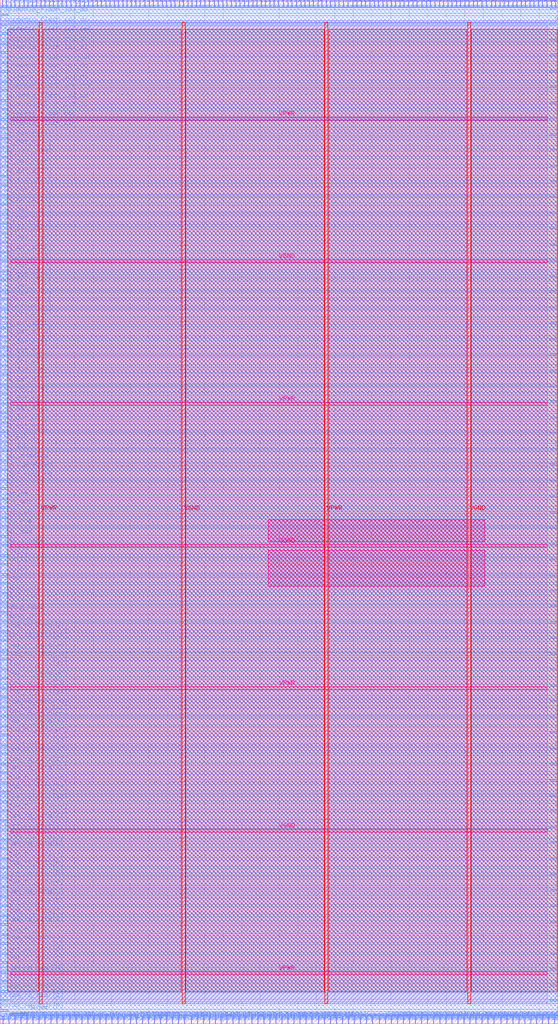
<source format=lef>
VERSION 5.7 ;
  NOWIREEXTENSIONATPIN ON ;
  DIVIDERCHAR "/" ;
  BUSBITCHARS "[]" ;
MACRO housekeeping
  CLASS BLOCK ;
  FOREIGN housekeeping ;
  ORIGIN 0.000 0.000 ;
  SIZE 300.230 BY 550.950 ;
  PIN VGND
    DIRECTION INPUT ;
    USE GROUND ;
    PORT
      LAYER met5 ;
        RECT 5.520 103.080 294.400 104.680 ;
    END
    PORT
      LAYER met5 ;
        RECT 5.520 256.260 294.400 257.860 ;
    END
    PORT
      LAYER met5 ;
        RECT 5.520 409.440 294.400 411.040 ;
    END
    PORT
      LAYER met4 ;
        RECT 97.840 10.640 99.440 538.800 ;
    END
    PORT
      LAYER met4 ;
        RECT 251.440 10.640 253.040 538.800 ;
    END
  END VGND
  PIN VPWR
    DIRECTION INPUT ;
    USE POWER ;
    PORT
      LAYER met5 ;
        RECT 5.520 26.490 294.400 28.090 ;
    END
    PORT
      LAYER met5 ;
        RECT 5.520 179.670 294.400 181.270 ;
    END
    PORT
      LAYER met5 ;
        RECT 5.520 332.850 294.400 334.450 ;
    END
    PORT
      LAYER met5 ;
        RECT 5.520 486.030 294.400 487.630 ;
    END
    PORT
      LAYER met4 ;
        RECT 21.040 10.640 22.640 538.800 ;
    END
    PORT
      LAYER met4 ;
        RECT 174.640 10.640 176.240 538.800 ;
    END
  END VPWR
  PIN debug_in
    DIRECTION OUTPUT TRISTATE ;
    USE SIGNAL ;
    PORT
      LAYER met3 ;
        RECT 0.000 216.280 4.000 216.880 ;
    END
  END debug_in
  PIN debug_mode
    DIRECTION INPUT ;
    USE SIGNAL ;
    PORT
      LAYER met3 ;
        RECT 0.000 221.040 4.000 221.640 ;
    END
  END debug_mode
  PIN debug_oeb
    DIRECTION INPUT ;
    USE SIGNAL ;
    PORT
      LAYER met3 ;
        RECT 0.000 226.480 4.000 227.080 ;
    END
  END debug_oeb
  PIN debug_out
    DIRECTION INPUT ;
    USE SIGNAL ;
    PORT
      LAYER met3 ;
        RECT 0.000 231.240 4.000 231.840 ;
    END
  END debug_out
  PIN irq[0]
    DIRECTION OUTPUT TRISTATE ;
    USE SIGNAL ;
    PORT
      LAYER met3 ;
        RECT 0.000 241.440 4.000 242.040 ;
    END
  END irq[0]
  PIN irq[1]
    DIRECTION OUTPUT TRISTATE ;
    USE SIGNAL ;
    PORT
      LAYER met3 ;
        RECT 0.000 246.880 4.000 247.480 ;
    END
  END irq[1]
  PIN irq[2]
    DIRECTION OUTPUT TRISTATE ;
    USE SIGNAL ;
    PORT
      LAYER met3 ;
        RECT 0.000 251.640 4.000 252.240 ;
    END
  END irq[2]
  PIN mask_rev_in[0]
    DIRECTION INPUT ;
    USE SIGNAL ;
    PORT
      LAYER met2 ;
        RECT 184.090 0.000 184.370 4.000 ;
    END
  END mask_rev_in[0]
  PIN mask_rev_in[10]
    DIRECTION INPUT ;
    USE SIGNAL ;
    PORT
      LAYER met2 ;
        RECT 216.750 0.000 217.030 4.000 ;
    END
  END mask_rev_in[10]
  PIN mask_rev_in[11]
    DIRECTION INPUT ;
    USE SIGNAL ;
    PORT
      LAYER met2 ;
        RECT 219.970 0.000 220.250 4.000 ;
    END
  END mask_rev_in[11]
  PIN mask_rev_in[12]
    DIRECTION INPUT ;
    USE SIGNAL ;
    PORT
      LAYER met2 ;
        RECT 223.190 0.000 223.470 4.000 ;
    END
  END mask_rev_in[12]
  PIN mask_rev_in[13]
    DIRECTION INPUT ;
    USE SIGNAL ;
    PORT
      LAYER met2 ;
        RECT 226.410 0.000 226.690 4.000 ;
    END
  END mask_rev_in[13]
  PIN mask_rev_in[14]
    DIRECTION INPUT ;
    USE SIGNAL ;
    PORT
      LAYER met2 ;
        RECT 229.630 0.000 229.910 4.000 ;
    END
  END mask_rev_in[14]
  PIN mask_rev_in[15]
    DIRECTION INPUT ;
    USE SIGNAL ;
    PORT
      LAYER met2 ;
        RECT 232.850 0.000 233.130 4.000 ;
    END
  END mask_rev_in[15]
  PIN mask_rev_in[16]
    DIRECTION INPUT ;
    USE SIGNAL ;
    PORT
      LAYER met2 ;
        RECT 236.530 0.000 236.810 4.000 ;
    END
  END mask_rev_in[16]
  PIN mask_rev_in[17]
    DIRECTION INPUT ;
    USE SIGNAL ;
    PORT
      LAYER met2 ;
        RECT 239.750 0.000 240.030 4.000 ;
    END
  END mask_rev_in[17]
  PIN mask_rev_in[18]
    DIRECTION INPUT ;
    USE SIGNAL ;
    PORT
      LAYER met2 ;
        RECT 242.970 0.000 243.250 4.000 ;
    END
  END mask_rev_in[18]
  PIN mask_rev_in[19]
    DIRECTION INPUT ;
    USE SIGNAL ;
    PORT
      LAYER met2 ;
        RECT 246.190 0.000 246.470 4.000 ;
    END
  END mask_rev_in[19]
  PIN mask_rev_in[1]
    DIRECTION INPUT ;
    USE SIGNAL ;
    PORT
      LAYER met2 ;
        RECT 187.310 0.000 187.590 4.000 ;
    END
  END mask_rev_in[1]
  PIN mask_rev_in[20]
    DIRECTION INPUT ;
    USE SIGNAL ;
    PORT
      LAYER met2 ;
        RECT 249.410 0.000 249.690 4.000 ;
    END
  END mask_rev_in[20]
  PIN mask_rev_in[21]
    DIRECTION INPUT ;
    USE SIGNAL ;
    PORT
      LAYER met2 ;
        RECT 252.630 0.000 252.910 4.000 ;
    END
  END mask_rev_in[21]
  PIN mask_rev_in[22]
    DIRECTION INPUT ;
    USE SIGNAL ;
    PORT
      LAYER met2 ;
        RECT 255.850 0.000 256.130 4.000 ;
    END
  END mask_rev_in[22]
  PIN mask_rev_in[23]
    DIRECTION INPUT ;
    USE SIGNAL ;
    PORT
      LAYER met2 ;
        RECT 259.070 0.000 259.350 4.000 ;
    END
  END mask_rev_in[23]
  PIN mask_rev_in[24]
    DIRECTION INPUT ;
    USE SIGNAL ;
    PORT
      LAYER met2 ;
        RECT 262.290 0.000 262.570 4.000 ;
    END
  END mask_rev_in[24]
  PIN mask_rev_in[25]
    DIRECTION INPUT ;
    USE SIGNAL ;
    PORT
      LAYER met2 ;
        RECT 265.510 0.000 265.790 4.000 ;
    END
  END mask_rev_in[25]
  PIN mask_rev_in[26]
    DIRECTION INPUT ;
    USE SIGNAL ;
    PORT
      LAYER met2 ;
        RECT 269.190 0.000 269.470 4.000 ;
    END
  END mask_rev_in[26]
  PIN mask_rev_in[27]
    DIRECTION INPUT ;
    USE SIGNAL ;
    PORT
      LAYER met2 ;
        RECT 272.410 0.000 272.690 4.000 ;
    END
  END mask_rev_in[27]
  PIN mask_rev_in[28]
    DIRECTION INPUT ;
    USE SIGNAL ;
    PORT
      LAYER met2 ;
        RECT 275.630 0.000 275.910 4.000 ;
    END
  END mask_rev_in[28]
  PIN mask_rev_in[29]
    DIRECTION INPUT ;
    USE SIGNAL ;
    PORT
      LAYER met2 ;
        RECT 278.850 0.000 279.130 4.000 ;
    END
  END mask_rev_in[29]
  PIN mask_rev_in[2]
    DIRECTION INPUT ;
    USE SIGNAL ;
    PORT
      LAYER met2 ;
        RECT 190.530 0.000 190.810 4.000 ;
    END
  END mask_rev_in[2]
  PIN mask_rev_in[30]
    DIRECTION INPUT ;
    USE SIGNAL ;
    PORT
      LAYER met2 ;
        RECT 282.070 0.000 282.350 4.000 ;
    END
  END mask_rev_in[30]
  PIN mask_rev_in[31]
    DIRECTION INPUT ;
    USE SIGNAL ;
    PORT
      LAYER met2 ;
        RECT 285.290 0.000 285.570 4.000 ;
    END
  END mask_rev_in[31]
  PIN mask_rev_in[3]
    DIRECTION INPUT ;
    USE SIGNAL ;
    PORT
      LAYER met2 ;
        RECT 193.750 0.000 194.030 4.000 ;
    END
  END mask_rev_in[3]
  PIN mask_rev_in[4]
    DIRECTION INPUT ;
    USE SIGNAL ;
    PORT
      LAYER met2 ;
        RECT 196.970 0.000 197.250 4.000 ;
    END
  END mask_rev_in[4]
  PIN mask_rev_in[5]
    DIRECTION INPUT ;
    USE SIGNAL ;
    PORT
      LAYER met2 ;
        RECT 200.190 0.000 200.470 4.000 ;
    END
  END mask_rev_in[5]
  PIN mask_rev_in[6]
    DIRECTION INPUT ;
    USE SIGNAL ;
    PORT
      LAYER met2 ;
        RECT 203.870 0.000 204.150 4.000 ;
    END
  END mask_rev_in[6]
  PIN mask_rev_in[7]
    DIRECTION INPUT ;
    USE SIGNAL ;
    PORT
      LAYER met2 ;
        RECT 207.090 0.000 207.370 4.000 ;
    END
  END mask_rev_in[7]
  PIN mask_rev_in[8]
    DIRECTION INPUT ;
    USE SIGNAL ;
    PORT
      LAYER met2 ;
        RECT 210.310 0.000 210.590 4.000 ;
    END
  END mask_rev_in[8]
  PIN mask_rev_in[9]
    DIRECTION INPUT ;
    USE SIGNAL ;
    PORT
      LAYER met2 ;
        RECT 213.530 0.000 213.810 4.000 ;
    END
  END mask_rev_in[9]
  PIN mgmt_gpio_in[0]
    DIRECTION INPUT ;
    USE SIGNAL ;
    PORT
      LAYER met3 ;
        RECT 296.230 46.280 300.230 46.880 ;
    END
  END mgmt_gpio_in[0]
  PIN mgmt_gpio_in[10]
    DIRECTION INPUT ;
    USE SIGNAL ;
    PORT
      LAYER met3 ;
        RECT 296.230 300.600 300.230 301.200 ;
    END
  END mgmt_gpio_in[10]
  PIN mgmt_gpio_in[11]
    DIRECTION INPUT ;
    USE SIGNAL ;
    PORT
      LAYER met3 ;
        RECT 296.230 325.760 300.230 326.360 ;
    END
  END mgmt_gpio_in[11]
  PIN mgmt_gpio_in[12]
    DIRECTION INPUT ;
    USE SIGNAL ;
    PORT
      LAYER met3 ;
        RECT 296.230 350.920 300.230 351.520 ;
    END
  END mgmt_gpio_in[12]
  PIN mgmt_gpio_in[13]
    DIRECTION INPUT ;
    USE SIGNAL ;
    PORT
      LAYER met3 ;
        RECT 296.230 376.760 300.230 377.360 ;
    END
  END mgmt_gpio_in[13]
  PIN mgmt_gpio_in[14]
    DIRECTION INPUT ;
    USE SIGNAL ;
    PORT
      LAYER met3 ;
        RECT 296.230 401.920 300.230 402.520 ;
    END
  END mgmt_gpio_in[14]
  PIN mgmt_gpio_in[15]
    DIRECTION INPUT ;
    USE SIGNAL ;
    PORT
      LAYER met3 ;
        RECT 296.230 427.760 300.230 428.360 ;
    END
  END mgmt_gpio_in[15]
  PIN mgmt_gpio_in[16]
    DIRECTION INPUT ;
    USE SIGNAL ;
    PORT
      LAYER met3 ;
        RECT 296.230 452.920 300.230 453.520 ;
    END
  END mgmt_gpio_in[16]
  PIN mgmt_gpio_in[17]
    DIRECTION INPUT ;
    USE SIGNAL ;
    PORT
      LAYER met3 ;
        RECT 296.230 478.080 300.230 478.680 ;
    END
  END mgmt_gpio_in[17]
  PIN mgmt_gpio_in[18]
    DIRECTION INPUT ;
    USE SIGNAL ;
    PORT
      LAYER met3 ;
        RECT 296.230 503.920 300.230 504.520 ;
    END
  END mgmt_gpio_in[18]
  PIN mgmt_gpio_in[19]
    DIRECTION INPUT ;
    USE SIGNAL ;
    PORT
      LAYER met3 ;
        RECT 296.230 529.080 300.230 529.680 ;
    END
  END mgmt_gpio_in[19]
  PIN mgmt_gpio_in[1]
    DIRECTION INPUT ;
    USE SIGNAL ;
    PORT
      LAYER met3 ;
        RECT 296.230 71.440 300.230 72.040 ;
    END
  END mgmt_gpio_in[1]
  PIN mgmt_gpio_in[20]
    DIRECTION INPUT ;
    USE SIGNAL ;
    PORT
      LAYER met2 ;
        RECT 175.350 546.950 175.630 550.950 ;
    END
  END mgmt_gpio_in[20]
  PIN mgmt_gpio_in[21]
    DIRECTION INPUT ;
    USE SIGNAL ;
    PORT
      LAYER met2 ;
        RECT 182.250 546.950 182.530 550.950 ;
    END
  END mgmt_gpio_in[21]
  PIN mgmt_gpio_in[22]
    DIRECTION INPUT ;
    USE SIGNAL ;
    PORT
      LAYER met2 ;
        RECT 189.610 546.950 189.890 550.950 ;
    END
  END mgmt_gpio_in[22]
  PIN mgmt_gpio_in[23]
    DIRECTION INPUT ;
    USE SIGNAL ;
    PORT
      LAYER met2 ;
        RECT 196.510 546.950 196.790 550.950 ;
    END
  END mgmt_gpio_in[23]
  PIN mgmt_gpio_in[24]
    DIRECTION INPUT ;
    USE SIGNAL ;
    PORT
      LAYER met2 ;
        RECT 203.410 546.950 203.690 550.950 ;
    END
  END mgmt_gpio_in[24]
  PIN mgmt_gpio_in[25]
    DIRECTION INPUT ;
    USE SIGNAL ;
    PORT
      LAYER met2 ;
        RECT 210.310 546.950 210.590 550.950 ;
    END
  END mgmt_gpio_in[25]
  PIN mgmt_gpio_in[26]
    DIRECTION INPUT ;
    USE SIGNAL ;
    PORT
      LAYER met2 ;
        RECT 217.210 546.950 217.490 550.950 ;
    END
  END mgmt_gpio_in[26]
  PIN mgmt_gpio_in[27]
    DIRECTION INPUT ;
    USE SIGNAL ;
    PORT
      LAYER met2 ;
        RECT 224.110 546.950 224.390 550.950 ;
    END
  END mgmt_gpio_in[27]
  PIN mgmt_gpio_in[28]
    DIRECTION INPUT ;
    USE SIGNAL ;
    PORT
      LAYER met2 ;
        RECT 231.470 546.950 231.750 550.950 ;
    END
  END mgmt_gpio_in[28]
  PIN mgmt_gpio_in[29]
    DIRECTION INPUT ;
    USE SIGNAL ;
    PORT
      LAYER met2 ;
        RECT 238.370 546.950 238.650 550.950 ;
    END
  END mgmt_gpio_in[29]
  PIN mgmt_gpio_in[2]
    DIRECTION INPUT ;
    USE SIGNAL ;
    PORT
      LAYER met3 ;
        RECT 296.230 97.280 300.230 97.880 ;
    END
  END mgmt_gpio_in[2]
  PIN mgmt_gpio_in[30]
    DIRECTION INPUT ;
    USE SIGNAL ;
    PORT
      LAYER met2 ;
        RECT 245.270 546.950 245.550 550.950 ;
    END
  END mgmt_gpio_in[30]
  PIN mgmt_gpio_in[31]
    DIRECTION INPUT ;
    USE SIGNAL ;
    PORT
      LAYER met2 ;
        RECT 252.170 546.950 252.450 550.950 ;
    END
  END mgmt_gpio_in[31]
  PIN mgmt_gpio_in[32]
    DIRECTION INPUT ;
    USE SIGNAL ;
    PORT
      LAYER met2 ;
        RECT 259.070 546.950 259.350 550.950 ;
    END
  END mgmt_gpio_in[32]
  PIN mgmt_gpio_in[33]
    DIRECTION INPUT ;
    USE SIGNAL ;
    PORT
      LAYER met2 ;
        RECT 266.430 546.950 266.710 550.950 ;
    END
  END mgmt_gpio_in[33]
  PIN mgmt_gpio_in[34]
    DIRECTION INPUT ;
    USE SIGNAL ;
    PORT
      LAYER met2 ;
        RECT 273.330 546.950 273.610 550.950 ;
    END
  END mgmt_gpio_in[34]
  PIN mgmt_gpio_in[35]
    DIRECTION INPUT ;
    USE SIGNAL ;
    PORT
      LAYER met2 ;
        RECT 280.230 546.950 280.510 550.950 ;
    END
  END mgmt_gpio_in[35]
  PIN mgmt_gpio_in[36]
    DIRECTION INPUT ;
    USE SIGNAL ;
    PORT
      LAYER met2 ;
        RECT 287.130 546.950 287.410 550.950 ;
    END
  END mgmt_gpio_in[36]
  PIN mgmt_gpio_in[37]
    DIRECTION INPUT ;
    USE SIGNAL ;
    PORT
      LAYER met2 ;
        RECT 294.030 546.950 294.310 550.950 ;
    END
  END mgmt_gpio_in[37]
  PIN mgmt_gpio_in[3]
    DIRECTION INPUT ;
    USE SIGNAL ;
    PORT
      LAYER met3 ;
        RECT 296.230 122.440 300.230 123.040 ;
    END
  END mgmt_gpio_in[3]
  PIN mgmt_gpio_in[4]
    DIRECTION INPUT ;
    USE SIGNAL ;
    PORT
      LAYER met3 ;
        RECT 296.230 147.600 300.230 148.200 ;
    END
  END mgmt_gpio_in[4]
  PIN mgmt_gpio_in[5]
    DIRECTION INPUT ;
    USE SIGNAL ;
    PORT
      LAYER met3 ;
        RECT 296.230 173.440 300.230 174.040 ;
    END
  END mgmt_gpio_in[5]
  PIN mgmt_gpio_in[6]
    DIRECTION INPUT ;
    USE SIGNAL ;
    PORT
      LAYER met3 ;
        RECT 296.230 198.600 300.230 199.200 ;
    END
  END mgmt_gpio_in[6]
  PIN mgmt_gpio_in[7]
    DIRECTION INPUT ;
    USE SIGNAL ;
    PORT
      LAYER met3 ;
        RECT 296.230 224.440 300.230 225.040 ;
    END
  END mgmt_gpio_in[7]
  PIN mgmt_gpio_in[8]
    DIRECTION INPUT ;
    USE SIGNAL ;
    PORT
      LAYER met3 ;
        RECT 296.230 249.600 300.230 250.200 ;
    END
  END mgmt_gpio_in[8]
  PIN mgmt_gpio_in[9]
    DIRECTION INPUT ;
    USE SIGNAL ;
    PORT
      LAYER met3 ;
        RECT 296.230 274.760 300.230 275.360 ;
    END
  END mgmt_gpio_in[9]
  PIN mgmt_gpio_oeb[0]
    DIRECTION OUTPUT TRISTATE ;
    USE SIGNAL ;
    PORT
      LAYER met3 ;
        RECT 296.230 54.440 300.230 55.040 ;
    END
  END mgmt_gpio_oeb[0]
  PIN mgmt_gpio_oeb[10]
    DIRECTION OUTPUT TRISTATE ;
    USE SIGNAL ;
    PORT
      LAYER met3 ;
        RECT 296.230 308.760 300.230 309.360 ;
    END
  END mgmt_gpio_oeb[10]
  PIN mgmt_gpio_oeb[11]
    DIRECTION OUTPUT TRISTATE ;
    USE SIGNAL ;
    PORT
      LAYER met3 ;
        RECT 296.230 334.600 300.230 335.200 ;
    END
  END mgmt_gpio_oeb[11]
  PIN mgmt_gpio_oeb[12]
    DIRECTION OUTPUT TRISTATE ;
    USE SIGNAL ;
    PORT
      LAYER met3 ;
        RECT 296.230 359.760 300.230 360.360 ;
    END
  END mgmt_gpio_oeb[12]
  PIN mgmt_gpio_oeb[13]
    DIRECTION OUTPUT TRISTATE ;
    USE SIGNAL ;
    PORT
      LAYER met3 ;
        RECT 296.230 384.920 300.230 385.520 ;
    END
  END mgmt_gpio_oeb[13]
  PIN mgmt_gpio_oeb[14]
    DIRECTION OUTPUT TRISTATE ;
    USE SIGNAL ;
    PORT
      LAYER met3 ;
        RECT 296.230 410.760 300.230 411.360 ;
    END
  END mgmt_gpio_oeb[14]
  PIN mgmt_gpio_oeb[15]
    DIRECTION OUTPUT TRISTATE ;
    USE SIGNAL ;
    PORT
      LAYER met3 ;
        RECT 296.230 435.920 300.230 436.520 ;
    END
  END mgmt_gpio_oeb[15]
  PIN mgmt_gpio_oeb[16]
    DIRECTION OUTPUT TRISTATE ;
    USE SIGNAL ;
    PORT
      LAYER met3 ;
        RECT 296.230 461.080 300.230 461.680 ;
    END
  END mgmt_gpio_oeb[16]
  PIN mgmt_gpio_oeb[17]
    DIRECTION OUTPUT TRISTATE ;
    USE SIGNAL ;
    PORT
      LAYER met3 ;
        RECT 296.230 486.920 300.230 487.520 ;
    END
  END mgmt_gpio_oeb[17]
  PIN mgmt_gpio_oeb[18]
    DIRECTION OUTPUT TRISTATE ;
    USE SIGNAL ;
    PORT
      LAYER met3 ;
        RECT 296.230 512.080 300.230 512.680 ;
    END
  END mgmt_gpio_oeb[18]
  PIN mgmt_gpio_oeb[19]
    DIRECTION OUTPUT TRISTATE ;
    USE SIGNAL ;
    PORT
      LAYER met3 ;
        RECT 296.230 537.920 300.230 538.520 ;
    END
  END mgmt_gpio_oeb[19]
  PIN mgmt_gpio_oeb[1]
    DIRECTION OUTPUT TRISTATE ;
    USE SIGNAL ;
    PORT
      LAYER met3 ;
        RECT 296.230 80.280 300.230 80.880 ;
    END
  END mgmt_gpio_oeb[1]
  PIN mgmt_gpio_oeb[20]
    DIRECTION OUTPUT TRISTATE ;
    USE SIGNAL ;
    PORT
      LAYER met2 ;
        RECT 177.650 546.950 177.930 550.950 ;
    END
  END mgmt_gpio_oeb[20]
  PIN mgmt_gpio_oeb[21]
    DIRECTION OUTPUT TRISTATE ;
    USE SIGNAL ;
    PORT
      LAYER met2 ;
        RECT 184.550 546.950 184.830 550.950 ;
    END
  END mgmt_gpio_oeb[21]
  PIN mgmt_gpio_oeb[22]
    DIRECTION OUTPUT TRISTATE ;
    USE SIGNAL ;
    PORT
      LAYER met2 ;
        RECT 191.910 546.950 192.190 550.950 ;
    END
  END mgmt_gpio_oeb[22]
  PIN mgmt_gpio_oeb[23]
    DIRECTION OUTPUT TRISTATE ;
    USE SIGNAL ;
    PORT
      LAYER met2 ;
        RECT 198.810 546.950 199.090 550.950 ;
    END
  END mgmt_gpio_oeb[23]
  PIN mgmt_gpio_oeb[24]
    DIRECTION OUTPUT TRISTATE ;
    USE SIGNAL ;
    PORT
      LAYER met2 ;
        RECT 205.710 546.950 205.990 550.950 ;
    END
  END mgmt_gpio_oeb[24]
  PIN mgmt_gpio_oeb[25]
    DIRECTION OUTPUT TRISTATE ;
    USE SIGNAL ;
    PORT
      LAYER met2 ;
        RECT 212.610 546.950 212.890 550.950 ;
    END
  END mgmt_gpio_oeb[25]
  PIN mgmt_gpio_oeb[26]
    DIRECTION OUTPUT TRISTATE ;
    USE SIGNAL ;
    PORT
      LAYER met2 ;
        RECT 219.510 546.950 219.790 550.950 ;
    END
  END mgmt_gpio_oeb[26]
  PIN mgmt_gpio_oeb[27]
    DIRECTION OUTPUT TRISTATE ;
    USE SIGNAL ;
    PORT
      LAYER met2 ;
        RECT 226.870 546.950 227.150 550.950 ;
    END
  END mgmt_gpio_oeb[27]
  PIN mgmt_gpio_oeb[28]
    DIRECTION OUTPUT TRISTATE ;
    USE SIGNAL ;
    PORT
      LAYER met2 ;
        RECT 233.770 546.950 234.050 550.950 ;
    END
  END mgmt_gpio_oeb[28]
  PIN mgmt_gpio_oeb[29]
    DIRECTION OUTPUT TRISTATE ;
    USE SIGNAL ;
    PORT
      LAYER met2 ;
        RECT 240.670 546.950 240.950 550.950 ;
    END
  END mgmt_gpio_oeb[29]
  PIN mgmt_gpio_oeb[2]
    DIRECTION OUTPUT TRISTATE ;
    USE SIGNAL ;
    PORT
      LAYER met3 ;
        RECT 296.230 105.440 300.230 106.040 ;
    END
  END mgmt_gpio_oeb[2]
  PIN mgmt_gpio_oeb[30]
    DIRECTION OUTPUT TRISTATE ;
    USE SIGNAL ;
    PORT
      LAYER met2 ;
        RECT 247.570 546.950 247.850 550.950 ;
    END
  END mgmt_gpio_oeb[30]
  PIN mgmt_gpio_oeb[31]
    DIRECTION OUTPUT TRISTATE ;
    USE SIGNAL ;
    PORT
      LAYER met2 ;
        RECT 254.470 546.950 254.750 550.950 ;
    END
  END mgmt_gpio_oeb[31]
  PIN mgmt_gpio_oeb[32]
    DIRECTION OUTPUT TRISTATE ;
    USE SIGNAL ;
    PORT
      LAYER met2 ;
        RECT 261.370 546.950 261.650 550.950 ;
    END
  END mgmt_gpio_oeb[32]
  PIN mgmt_gpio_oeb[33]
    DIRECTION OUTPUT TRISTATE ;
    USE SIGNAL ;
    PORT
      LAYER met2 ;
        RECT 268.730 546.950 269.010 550.950 ;
    END
  END mgmt_gpio_oeb[33]
  PIN mgmt_gpio_oeb[34]
    DIRECTION OUTPUT TRISTATE ;
    USE SIGNAL ;
    PORT
      LAYER met2 ;
        RECT 275.630 546.950 275.910 550.950 ;
    END
  END mgmt_gpio_oeb[34]
  PIN mgmt_gpio_oeb[35]
    DIRECTION OUTPUT TRISTATE ;
    USE SIGNAL ;
    PORT
      LAYER met2 ;
        RECT 282.530 546.950 282.810 550.950 ;
    END
  END mgmt_gpio_oeb[35]
  PIN mgmt_gpio_oeb[36]
    DIRECTION OUTPUT TRISTATE ;
    USE SIGNAL ;
    PORT
      LAYER met2 ;
        RECT 289.430 546.950 289.710 550.950 ;
    END
  END mgmt_gpio_oeb[36]
  PIN mgmt_gpio_oeb[37]
    DIRECTION OUTPUT TRISTATE ;
    USE SIGNAL ;
    PORT
      LAYER met2 ;
        RECT 296.330 546.950 296.610 550.950 ;
    END
  END mgmt_gpio_oeb[37]
  PIN mgmt_gpio_oeb[3]
    DIRECTION OUTPUT TRISTATE ;
    USE SIGNAL ;
    PORT
      LAYER met3 ;
        RECT 296.230 130.600 300.230 131.200 ;
    END
  END mgmt_gpio_oeb[3]
  PIN mgmt_gpio_oeb[4]
    DIRECTION OUTPUT TRISTATE ;
    USE SIGNAL ;
    PORT
      LAYER met3 ;
        RECT 296.230 156.440 300.230 157.040 ;
    END
  END mgmt_gpio_oeb[4]
  PIN mgmt_gpio_oeb[5]
    DIRECTION OUTPUT TRISTATE ;
    USE SIGNAL ;
    PORT
      LAYER met3 ;
        RECT 296.230 181.600 300.230 182.200 ;
    END
  END mgmt_gpio_oeb[5]
  PIN mgmt_gpio_oeb[6]
    DIRECTION OUTPUT TRISTATE ;
    USE SIGNAL ;
    PORT
      LAYER met3 ;
        RECT 296.230 207.440 300.230 208.040 ;
    END
  END mgmt_gpio_oeb[6]
  PIN mgmt_gpio_oeb[7]
    DIRECTION OUTPUT TRISTATE ;
    USE SIGNAL ;
    PORT
      LAYER met3 ;
        RECT 296.230 232.600 300.230 233.200 ;
    END
  END mgmt_gpio_oeb[7]
  PIN mgmt_gpio_oeb[8]
    DIRECTION OUTPUT TRISTATE ;
    USE SIGNAL ;
    PORT
      LAYER met3 ;
        RECT 296.230 257.760 300.230 258.360 ;
    END
  END mgmt_gpio_oeb[8]
  PIN mgmt_gpio_oeb[9]
    DIRECTION OUTPUT TRISTATE ;
    USE SIGNAL ;
    PORT
      LAYER met3 ;
        RECT 296.230 283.600 300.230 284.200 ;
    END
  END mgmt_gpio_oeb[9]
  PIN mgmt_gpio_out[0]
    DIRECTION OUTPUT TRISTATE ;
    USE SIGNAL ;
    PORT
      LAYER met3 ;
        RECT 296.230 63.280 300.230 63.880 ;
    END
  END mgmt_gpio_out[0]
  PIN mgmt_gpio_out[10]
    DIRECTION OUTPUT TRISTATE ;
    USE SIGNAL ;
    PORT
      LAYER met3 ;
        RECT 296.230 317.600 300.230 318.200 ;
    END
  END mgmt_gpio_out[10]
  PIN mgmt_gpio_out[11]
    DIRECTION OUTPUT TRISTATE ;
    USE SIGNAL ;
    PORT
      LAYER met3 ;
        RECT 296.230 342.760 300.230 343.360 ;
    END
  END mgmt_gpio_out[11]
  PIN mgmt_gpio_out[12]
    DIRECTION OUTPUT TRISTATE ;
    USE SIGNAL ;
    PORT
      LAYER met3 ;
        RECT 296.230 367.920 300.230 368.520 ;
    END
  END mgmt_gpio_out[12]
  PIN mgmt_gpio_out[13]
    DIRECTION OUTPUT TRISTATE ;
    USE SIGNAL ;
    PORT
      LAYER met3 ;
        RECT 296.230 393.760 300.230 394.360 ;
    END
  END mgmt_gpio_out[13]
  PIN mgmt_gpio_out[14]
    DIRECTION OUTPUT TRISTATE ;
    USE SIGNAL ;
    PORT
      LAYER met3 ;
        RECT 296.230 418.920 300.230 419.520 ;
    END
  END mgmt_gpio_out[14]
  PIN mgmt_gpio_out[15]
    DIRECTION OUTPUT TRISTATE ;
    USE SIGNAL ;
    PORT
      LAYER met3 ;
        RECT 296.230 444.760 300.230 445.360 ;
    END
  END mgmt_gpio_out[15]
  PIN mgmt_gpio_out[16]
    DIRECTION OUTPUT TRISTATE ;
    USE SIGNAL ;
    PORT
      LAYER met3 ;
        RECT 296.230 469.920 300.230 470.520 ;
    END
  END mgmt_gpio_out[16]
  PIN mgmt_gpio_out[17]
    DIRECTION OUTPUT TRISTATE ;
    USE SIGNAL ;
    PORT
      LAYER met3 ;
        RECT 296.230 495.080 300.230 495.680 ;
    END
  END mgmt_gpio_out[17]
  PIN mgmt_gpio_out[18]
    DIRECTION OUTPUT TRISTATE ;
    USE SIGNAL ;
    PORT
      LAYER met3 ;
        RECT 296.230 520.920 300.230 521.520 ;
    END
  END mgmt_gpio_out[18]
  PIN mgmt_gpio_out[19]
    DIRECTION OUTPUT TRISTATE ;
    USE SIGNAL ;
    PORT
      LAYER met3 ;
        RECT 296.230 546.080 300.230 546.680 ;
    END
  END mgmt_gpio_out[19]
  PIN mgmt_gpio_out[1]
    DIRECTION OUTPUT TRISTATE ;
    USE SIGNAL ;
    PORT
      LAYER met3 ;
        RECT 296.230 88.440 300.230 89.040 ;
    END
  END mgmt_gpio_out[1]
  PIN mgmt_gpio_out[20]
    DIRECTION OUTPUT TRISTATE ;
    USE SIGNAL ;
    PORT
      LAYER met2 ;
        RECT 179.950 546.950 180.230 550.950 ;
    END
  END mgmt_gpio_out[20]
  PIN mgmt_gpio_out[21]
    DIRECTION OUTPUT TRISTATE ;
    USE SIGNAL ;
    PORT
      LAYER met2 ;
        RECT 186.850 546.950 187.130 550.950 ;
    END
  END mgmt_gpio_out[21]
  PIN mgmt_gpio_out[22]
    DIRECTION OUTPUT TRISTATE ;
    USE SIGNAL ;
    PORT
      LAYER met2 ;
        RECT 194.210 546.950 194.490 550.950 ;
    END
  END mgmt_gpio_out[22]
  PIN mgmt_gpio_out[23]
    DIRECTION OUTPUT TRISTATE ;
    USE SIGNAL ;
    PORT
      LAYER met2 ;
        RECT 201.110 546.950 201.390 550.950 ;
    END
  END mgmt_gpio_out[23]
  PIN mgmt_gpio_out[24]
    DIRECTION OUTPUT TRISTATE ;
    USE SIGNAL ;
    PORT
      LAYER met2 ;
        RECT 208.010 546.950 208.290 550.950 ;
    END
  END mgmt_gpio_out[24]
  PIN mgmt_gpio_out[25]
    DIRECTION OUTPUT TRISTATE ;
    USE SIGNAL ;
    PORT
      LAYER met2 ;
        RECT 214.910 546.950 215.190 550.950 ;
    END
  END mgmt_gpio_out[25]
  PIN mgmt_gpio_out[26]
    DIRECTION OUTPUT TRISTATE ;
    USE SIGNAL ;
    PORT
      LAYER met2 ;
        RECT 221.810 546.950 222.090 550.950 ;
    END
  END mgmt_gpio_out[26]
  PIN mgmt_gpio_out[27]
    DIRECTION OUTPUT TRISTATE ;
    USE SIGNAL ;
    PORT
      LAYER met2 ;
        RECT 229.170 546.950 229.450 550.950 ;
    END
  END mgmt_gpio_out[27]
  PIN mgmt_gpio_out[28]
    DIRECTION OUTPUT TRISTATE ;
    USE SIGNAL ;
    PORT
      LAYER met2 ;
        RECT 236.070 546.950 236.350 550.950 ;
    END
  END mgmt_gpio_out[28]
  PIN mgmt_gpio_out[29]
    DIRECTION OUTPUT TRISTATE ;
    USE SIGNAL ;
    PORT
      LAYER met2 ;
        RECT 242.970 546.950 243.250 550.950 ;
    END
  END mgmt_gpio_out[29]
  PIN mgmt_gpio_out[2]
    DIRECTION OUTPUT TRISTATE ;
    USE SIGNAL ;
    PORT
      LAYER met3 ;
        RECT 296.230 114.280 300.230 114.880 ;
    END
  END mgmt_gpio_out[2]
  PIN mgmt_gpio_out[30]
    DIRECTION OUTPUT TRISTATE ;
    USE SIGNAL ;
    PORT
      LAYER met2 ;
        RECT 249.870 546.950 250.150 550.950 ;
    END
  END mgmt_gpio_out[30]
  PIN mgmt_gpio_out[31]
    DIRECTION OUTPUT TRISTATE ;
    USE SIGNAL ;
    PORT
      LAYER met2 ;
        RECT 256.770 546.950 257.050 550.950 ;
    END
  END mgmt_gpio_out[31]
  PIN mgmt_gpio_out[32]
    DIRECTION OUTPUT TRISTATE ;
    USE SIGNAL ;
    PORT
      LAYER met2 ;
        RECT 264.130 546.950 264.410 550.950 ;
    END
  END mgmt_gpio_out[32]
  PIN mgmt_gpio_out[33]
    DIRECTION OUTPUT TRISTATE ;
    USE SIGNAL ;
    PORT
      LAYER met2 ;
        RECT 271.030 546.950 271.310 550.950 ;
    END
  END mgmt_gpio_out[33]
  PIN mgmt_gpio_out[34]
    DIRECTION OUTPUT TRISTATE ;
    USE SIGNAL ;
    PORT
      LAYER met2 ;
        RECT 277.930 546.950 278.210 550.950 ;
    END
  END mgmt_gpio_out[34]
  PIN mgmt_gpio_out[35]
    DIRECTION OUTPUT TRISTATE ;
    USE SIGNAL ;
    PORT
      LAYER met2 ;
        RECT 284.830 546.950 285.110 550.950 ;
    END
  END mgmt_gpio_out[35]
  PIN mgmt_gpio_out[36]
    DIRECTION OUTPUT TRISTATE ;
    USE SIGNAL ;
    PORT
      LAYER met2 ;
        RECT 291.730 546.950 292.010 550.950 ;
    END
  END mgmt_gpio_out[36]
  PIN mgmt_gpio_out[37]
    DIRECTION OUTPUT TRISTATE ;
    USE SIGNAL ;
    PORT
      LAYER met2 ;
        RECT 298.630 546.950 298.910 550.950 ;
    END
  END mgmt_gpio_out[37]
  PIN mgmt_gpio_out[3]
    DIRECTION OUTPUT TRISTATE ;
    USE SIGNAL ;
    PORT
      LAYER met3 ;
        RECT 296.230 139.440 300.230 140.040 ;
    END
  END mgmt_gpio_out[3]
  PIN mgmt_gpio_out[4]
    DIRECTION OUTPUT TRISTATE ;
    USE SIGNAL ;
    PORT
      LAYER met3 ;
        RECT 296.230 164.600 300.230 165.200 ;
    END
  END mgmt_gpio_out[4]
  PIN mgmt_gpio_out[5]
    DIRECTION OUTPUT TRISTATE ;
    USE SIGNAL ;
    PORT
      LAYER met3 ;
        RECT 296.230 190.440 300.230 191.040 ;
    END
  END mgmt_gpio_out[5]
  PIN mgmt_gpio_out[6]
    DIRECTION OUTPUT TRISTATE ;
    USE SIGNAL ;
    PORT
      LAYER met3 ;
        RECT 296.230 215.600 300.230 216.200 ;
    END
  END mgmt_gpio_out[6]
  PIN mgmt_gpio_out[7]
    DIRECTION OUTPUT TRISTATE ;
    USE SIGNAL ;
    PORT
      LAYER met3 ;
        RECT 296.230 240.760 300.230 241.360 ;
    END
  END mgmt_gpio_out[7]
  PIN mgmt_gpio_out[8]
    DIRECTION OUTPUT TRISTATE ;
    USE SIGNAL ;
    PORT
      LAYER met3 ;
        RECT 296.230 266.600 300.230 267.200 ;
    END
  END mgmt_gpio_out[8]
  PIN mgmt_gpio_out[9]
    DIRECTION OUTPUT TRISTATE ;
    USE SIGNAL ;
    PORT
      LAYER met3 ;
        RECT 296.230 291.760 300.230 292.360 ;
    END
  END mgmt_gpio_out[9]
  PIN pad_flash_clk
    DIRECTION OUTPUT TRISTATE ;
    USE SIGNAL ;
    PORT
      LAYER met2 ;
        RECT 1.470 0.000 1.750 4.000 ;
    END
  END pad_flash_clk
  PIN pad_flash_clk_oeb
    DIRECTION OUTPUT TRISTATE ;
    USE SIGNAL ;
    PORT
      LAYER met2 ;
        RECT 4.690 0.000 4.970 4.000 ;
    END
  END pad_flash_clk_oeb
  PIN pad_flash_csb
    DIRECTION OUTPUT TRISTATE ;
    USE SIGNAL ;
    PORT
      LAYER met2 ;
        RECT 7.910 0.000 8.190 4.000 ;
    END
  END pad_flash_csb
  PIN pad_flash_csb_oeb
    DIRECTION OUTPUT TRISTATE ;
    USE SIGNAL ;
    PORT
      LAYER met2 ;
        RECT 11.130 0.000 11.410 4.000 ;
    END
  END pad_flash_csb_oeb
  PIN pad_flash_io0_di
    DIRECTION INPUT ;
    USE SIGNAL ;
    PORT
      LAYER met2 ;
        RECT 14.350 0.000 14.630 4.000 ;
    END
  END pad_flash_io0_di
  PIN pad_flash_io0_do
    DIRECTION OUTPUT TRISTATE ;
    USE SIGNAL ;
    PORT
      LAYER met2 ;
        RECT 17.570 0.000 17.850 4.000 ;
    END
  END pad_flash_io0_do
  PIN pad_flash_io0_ieb
    DIRECTION OUTPUT TRISTATE ;
    USE SIGNAL ;
    PORT
      LAYER met2 ;
        RECT 20.790 0.000 21.070 4.000 ;
    END
  END pad_flash_io0_ieb
  PIN pad_flash_io0_oeb
    DIRECTION OUTPUT TRISTATE ;
    USE SIGNAL ;
    PORT
      LAYER met2 ;
        RECT 24.010 0.000 24.290 4.000 ;
    END
  END pad_flash_io0_oeb
  PIN pad_flash_io1_di
    DIRECTION INPUT ;
    USE SIGNAL ;
    PORT
      LAYER met2 ;
        RECT 27.230 0.000 27.510 4.000 ;
    END
  END pad_flash_io1_di
  PIN pad_flash_io1_do
    DIRECTION OUTPUT TRISTATE ;
    USE SIGNAL ;
    PORT
      LAYER met2 ;
        RECT 30.450 0.000 30.730 4.000 ;
    END
  END pad_flash_io1_do
  PIN pad_flash_io1_ieb
    DIRECTION OUTPUT TRISTATE ;
    USE SIGNAL ;
    PORT
      LAYER met2 ;
        RECT 33.670 0.000 33.950 4.000 ;
    END
  END pad_flash_io1_ieb
  PIN pad_flash_io1_oeb
    DIRECTION OUTPUT TRISTATE ;
    USE SIGNAL ;
    PORT
      LAYER met2 ;
        RECT 37.350 0.000 37.630 4.000 ;
    END
  END pad_flash_io1_oeb
  PIN pll90_sel[0]
    DIRECTION OUTPUT TRISTATE ;
    USE SIGNAL ;
    PORT
      LAYER met2 ;
        RECT 79.670 0.000 79.950 4.000 ;
    END
  END pll90_sel[0]
  PIN pll90_sel[1]
    DIRECTION OUTPUT TRISTATE ;
    USE SIGNAL ;
    PORT
      LAYER met2 ;
        RECT 82.890 0.000 83.170 4.000 ;
    END
  END pll90_sel[1]
  PIN pll90_sel[2]
    DIRECTION OUTPUT TRISTATE ;
    USE SIGNAL ;
    PORT
      LAYER met2 ;
        RECT 86.110 0.000 86.390 4.000 ;
    END
  END pll90_sel[2]
  PIN pll_bypass
    DIRECTION OUTPUT TRISTATE ;
    USE SIGNAL ;
    PORT
      LAYER met2 ;
        RECT 174.430 0.000 174.710 4.000 ;
    END
  END pll_bypass
  PIN pll_dco_ena
    DIRECTION OUTPUT TRISTATE ;
    USE SIGNAL ;
    PORT
      LAYER met2 ;
        RECT 50.230 0.000 50.510 4.000 ;
    END
  END pll_dco_ena
  PIN pll_div[0]
    DIRECTION OUTPUT TRISTATE ;
    USE SIGNAL ;
    PORT
      LAYER met2 ;
        RECT 53.450 0.000 53.730 4.000 ;
    END
  END pll_div[0]
  PIN pll_div[1]
    DIRECTION OUTPUT TRISTATE ;
    USE SIGNAL ;
    PORT
      LAYER met2 ;
        RECT 56.670 0.000 56.950 4.000 ;
    END
  END pll_div[1]
  PIN pll_div[2]
    DIRECTION OUTPUT TRISTATE ;
    USE SIGNAL ;
    PORT
      LAYER met2 ;
        RECT 59.890 0.000 60.170 4.000 ;
    END
  END pll_div[2]
  PIN pll_div[3]
    DIRECTION OUTPUT TRISTATE ;
    USE SIGNAL ;
    PORT
      LAYER met2 ;
        RECT 63.110 0.000 63.390 4.000 ;
    END
  END pll_div[3]
  PIN pll_div[4]
    DIRECTION OUTPUT TRISTATE ;
    USE SIGNAL ;
    PORT
      LAYER met2 ;
        RECT 66.330 0.000 66.610 4.000 ;
    END
  END pll_div[4]
  PIN pll_ena
    DIRECTION OUTPUT TRISTATE ;
    USE SIGNAL ;
    PORT
      LAYER met2 ;
        RECT 47.010 0.000 47.290 4.000 ;
    END
  END pll_ena
  PIN pll_sel[0]
    DIRECTION OUTPUT TRISTATE ;
    USE SIGNAL ;
    PORT
      LAYER met2 ;
        RECT 70.010 0.000 70.290 4.000 ;
    END
  END pll_sel[0]
  PIN pll_sel[1]
    DIRECTION OUTPUT TRISTATE ;
    USE SIGNAL ;
    PORT
      LAYER met2 ;
        RECT 73.230 0.000 73.510 4.000 ;
    END
  END pll_sel[1]
  PIN pll_sel[2]
    DIRECTION OUTPUT TRISTATE ;
    USE SIGNAL ;
    PORT
      LAYER met2 ;
        RECT 76.450 0.000 76.730 4.000 ;
    END
  END pll_sel[2]
  PIN pll_trim[0]
    DIRECTION OUTPUT TRISTATE ;
    USE SIGNAL ;
    PORT
      LAYER met2 ;
        RECT 89.330 0.000 89.610 4.000 ;
    END
  END pll_trim[0]
  PIN pll_trim[10]
    DIRECTION OUTPUT TRISTATE ;
    USE SIGNAL ;
    PORT
      LAYER met2 ;
        RECT 121.990 0.000 122.270 4.000 ;
    END
  END pll_trim[10]
  PIN pll_trim[11]
    DIRECTION OUTPUT TRISTATE ;
    USE SIGNAL ;
    PORT
      LAYER met2 ;
        RECT 125.210 0.000 125.490 4.000 ;
    END
  END pll_trim[11]
  PIN pll_trim[12]
    DIRECTION OUTPUT TRISTATE ;
    USE SIGNAL ;
    PORT
      LAYER met2 ;
        RECT 128.430 0.000 128.710 4.000 ;
    END
  END pll_trim[12]
  PIN pll_trim[13]
    DIRECTION OUTPUT TRISTATE ;
    USE SIGNAL ;
    PORT
      LAYER met2 ;
        RECT 131.650 0.000 131.930 4.000 ;
    END
  END pll_trim[13]
  PIN pll_trim[14]
    DIRECTION OUTPUT TRISTATE ;
    USE SIGNAL ;
    PORT
      LAYER met2 ;
        RECT 135.330 0.000 135.610 4.000 ;
    END
  END pll_trim[14]
  PIN pll_trim[15]
    DIRECTION OUTPUT TRISTATE ;
    USE SIGNAL ;
    PORT
      LAYER met2 ;
        RECT 138.550 0.000 138.830 4.000 ;
    END
  END pll_trim[15]
  PIN pll_trim[16]
    DIRECTION OUTPUT TRISTATE ;
    USE SIGNAL ;
    PORT
      LAYER met2 ;
        RECT 141.770 0.000 142.050 4.000 ;
    END
  END pll_trim[16]
  PIN pll_trim[17]
    DIRECTION OUTPUT TRISTATE ;
    USE SIGNAL ;
    PORT
      LAYER met2 ;
        RECT 144.990 0.000 145.270 4.000 ;
    END
  END pll_trim[17]
  PIN pll_trim[18]
    DIRECTION OUTPUT TRISTATE ;
    USE SIGNAL ;
    PORT
      LAYER met2 ;
        RECT 148.210 0.000 148.490 4.000 ;
    END
  END pll_trim[18]
  PIN pll_trim[19]
    DIRECTION OUTPUT TRISTATE ;
    USE SIGNAL ;
    PORT
      LAYER met2 ;
        RECT 151.430 0.000 151.710 4.000 ;
    END
  END pll_trim[19]
  PIN pll_trim[1]
    DIRECTION OUTPUT TRISTATE ;
    USE SIGNAL ;
    PORT
      LAYER met2 ;
        RECT 92.550 0.000 92.830 4.000 ;
    END
  END pll_trim[1]
  PIN pll_trim[20]
    DIRECTION OUTPUT TRISTATE ;
    USE SIGNAL ;
    PORT
      LAYER met2 ;
        RECT 154.650 0.000 154.930 4.000 ;
    END
  END pll_trim[20]
  PIN pll_trim[21]
    DIRECTION OUTPUT TRISTATE ;
    USE SIGNAL ;
    PORT
      LAYER met2 ;
        RECT 157.870 0.000 158.150 4.000 ;
    END
  END pll_trim[21]
  PIN pll_trim[22]
    DIRECTION OUTPUT TRISTATE ;
    USE SIGNAL ;
    PORT
      LAYER met2 ;
        RECT 161.090 0.000 161.370 4.000 ;
    END
  END pll_trim[22]
  PIN pll_trim[23]
    DIRECTION OUTPUT TRISTATE ;
    USE SIGNAL ;
    PORT
      LAYER met2 ;
        RECT 164.310 0.000 164.590 4.000 ;
    END
  END pll_trim[23]
  PIN pll_trim[24]
    DIRECTION OUTPUT TRISTATE ;
    USE SIGNAL ;
    PORT
      LAYER met2 ;
        RECT 167.530 0.000 167.810 4.000 ;
    END
  END pll_trim[24]
  PIN pll_trim[25]
    DIRECTION OUTPUT TRISTATE ;
    USE SIGNAL ;
    PORT
      LAYER met2 ;
        RECT 171.210 0.000 171.490 4.000 ;
    END
  END pll_trim[25]
  PIN pll_trim[2]
    DIRECTION OUTPUT TRISTATE ;
    USE SIGNAL ;
    PORT
      LAYER met2 ;
        RECT 95.770 0.000 96.050 4.000 ;
    END
  END pll_trim[2]
  PIN pll_trim[3]
    DIRECTION OUTPUT TRISTATE ;
    USE SIGNAL ;
    PORT
      LAYER met2 ;
        RECT 98.990 0.000 99.270 4.000 ;
    END
  END pll_trim[3]
  PIN pll_trim[4]
    DIRECTION OUTPUT TRISTATE ;
    USE SIGNAL ;
    PORT
      LAYER met2 ;
        RECT 102.670 0.000 102.950 4.000 ;
    END
  END pll_trim[4]
  PIN pll_trim[5]
    DIRECTION OUTPUT TRISTATE ;
    USE SIGNAL ;
    PORT
      LAYER met2 ;
        RECT 105.890 0.000 106.170 4.000 ;
    END
  END pll_trim[5]
  PIN pll_trim[6]
    DIRECTION OUTPUT TRISTATE ;
    USE SIGNAL ;
    PORT
      LAYER met2 ;
        RECT 109.110 0.000 109.390 4.000 ;
    END
  END pll_trim[6]
  PIN pll_trim[7]
    DIRECTION OUTPUT TRISTATE ;
    USE SIGNAL ;
    PORT
      LAYER met2 ;
        RECT 112.330 0.000 112.610 4.000 ;
    END
  END pll_trim[7]
  PIN pll_trim[8]
    DIRECTION OUTPUT TRISTATE ;
    USE SIGNAL ;
    PORT
      LAYER met2 ;
        RECT 115.550 0.000 115.830 4.000 ;
    END
  END pll_trim[8]
  PIN pll_trim[9]
    DIRECTION OUTPUT TRISTATE ;
    USE SIGNAL ;
    PORT
      LAYER met2 ;
        RECT 118.770 0.000 119.050 4.000 ;
    END
  END pll_trim[9]
  PIN porb
    DIRECTION INPUT ;
    USE SIGNAL ;
    PORT
      LAYER met2 ;
        RECT 40.570 0.000 40.850 4.000 ;
    END
  END porb
  PIN pwr_ctrl_out[0]
    DIRECTION OUTPUT TRISTATE ;
    USE SIGNAL ;
    PORT
      LAYER met2 ;
        RECT 288.510 0.000 288.790 4.000 ;
    END
  END pwr_ctrl_out[0]
  PIN pwr_ctrl_out[1]
    DIRECTION OUTPUT TRISTATE ;
    USE SIGNAL ;
    PORT
      LAYER met2 ;
        RECT 291.730 0.000 292.010 4.000 ;
    END
  END pwr_ctrl_out[1]
  PIN pwr_ctrl_out[2]
    DIRECTION OUTPUT TRISTATE ;
    USE SIGNAL ;
    PORT
      LAYER met2 ;
        RECT 294.950 0.000 295.230 4.000 ;
    END
  END pwr_ctrl_out[2]
  PIN pwr_ctrl_out[3]
    DIRECTION OUTPUT TRISTATE ;
    USE SIGNAL ;
    PORT
      LAYER met2 ;
        RECT 298.170 0.000 298.450 4.000 ;
    END
  END pwr_ctrl_out[3]
  PIN qspi_enabled
    DIRECTION INPUT ;
    USE SIGNAL ;
    PORT
      LAYER met3 ;
        RECT 0.000 292.440 4.000 293.040 ;
    END
  END qspi_enabled
  PIN reset
    DIRECTION OUTPUT TRISTATE ;
    USE SIGNAL ;
    PORT
      LAYER met2 ;
        RECT 43.790 0.000 44.070 4.000 ;
    END
  END reset
  PIN ser_rx
    DIRECTION OUTPUT TRISTATE ;
    USE SIGNAL ;
    PORT
      LAYER met3 ;
        RECT 0.000 287.680 4.000 288.280 ;
    END
  END ser_rx
  PIN ser_tx
    DIRECTION INPUT ;
    USE SIGNAL ;
    PORT
      LAYER met3 ;
        RECT 0.000 282.240 4.000 282.840 ;
    END
  END ser_tx
  PIN serial_clock
    DIRECTION OUTPUT TRISTATE ;
    USE SIGNAL ;
    PORT
      LAYER met3 ;
        RECT 296.230 4.120 300.230 4.720 ;
    END
  END serial_clock
  PIN serial_data_1
    DIRECTION OUTPUT TRISTATE ;
    USE SIGNAL ;
    PORT
      LAYER met3 ;
        RECT 296.230 29.280 300.230 29.880 ;
    END
  END serial_data_1
  PIN serial_data_2
    DIRECTION OUTPUT TRISTATE ;
    USE SIGNAL ;
    PORT
      LAYER met3 ;
        RECT 296.230 37.440 300.230 38.040 ;
    END
  END serial_data_2
  PIN serial_load
    DIRECTION OUTPUT TRISTATE ;
    USE SIGNAL ;
    PORT
      LAYER met3 ;
        RECT 296.230 20.440 300.230 21.040 ;
    END
  END serial_load
  PIN serial_resetn
    DIRECTION OUTPUT TRISTATE ;
    USE SIGNAL ;
    PORT
      LAYER met3 ;
        RECT 296.230 12.280 300.230 12.880 ;
    END
  END serial_resetn
  PIN spi_csb
    DIRECTION INPUT ;
    USE SIGNAL ;
    PORT
      LAYER met3 ;
        RECT 0.000 272.040 4.000 272.640 ;
    END
  END spi_csb
  PIN spi_enabled
    DIRECTION INPUT ;
    USE SIGNAL ;
    PORT
      LAYER met3 ;
        RECT 0.000 302.640 4.000 303.240 ;
    END
  END spi_enabled
  PIN spi_sck
    DIRECTION INPUT ;
    USE SIGNAL ;
    PORT
      LAYER met3 ;
        RECT 0.000 267.280 4.000 267.880 ;
    END
  END spi_sck
  PIN spi_sdi
    DIRECTION OUTPUT TRISTATE ;
    USE SIGNAL ;
    PORT
      LAYER met3 ;
        RECT 0.000 277.480 4.000 278.080 ;
    END
  END spi_sdi
  PIN spi_sdo
    DIRECTION INPUT ;
    USE SIGNAL ;
    PORT
      LAYER met3 ;
        RECT 0.000 261.840 4.000 262.440 ;
    END
  END spi_sdo
  PIN spi_sdoenb
    DIRECTION INPUT ;
    USE SIGNAL ;
    PORT
      LAYER met3 ;
        RECT 0.000 257.080 4.000 257.680 ;
    END
  END spi_sdoenb
  PIN spimemio_flash_clk
    DIRECTION INPUT ;
    USE SIGNAL ;
    PORT
      LAYER met3 ;
        RECT 0.000 481.480 4.000 482.080 ;
    END
  END spimemio_flash_clk
  PIN spimemio_flash_csb
    DIRECTION INPUT ;
    USE SIGNAL ;
    PORT
      LAYER met3 ;
        RECT 0.000 486.240 4.000 486.840 ;
    END
  END spimemio_flash_csb
  PIN spimemio_flash_io0_di
    DIRECTION OUTPUT TRISTATE ;
    USE SIGNAL ;
    PORT
      LAYER met3 ;
        RECT 0.000 491.680 4.000 492.280 ;
    END
  END spimemio_flash_io0_di
  PIN spimemio_flash_io0_do
    DIRECTION INPUT ;
    USE SIGNAL ;
    PORT
      LAYER met3 ;
        RECT 0.000 496.440 4.000 497.040 ;
    END
  END spimemio_flash_io0_do
  PIN spimemio_flash_io0_oeb
    DIRECTION INPUT ;
    USE SIGNAL ;
    PORT
      LAYER met3 ;
        RECT 0.000 501.880 4.000 502.480 ;
    END
  END spimemio_flash_io0_oeb
  PIN spimemio_flash_io1_di
    DIRECTION OUTPUT TRISTATE ;
    USE SIGNAL ;
    PORT
      LAYER met3 ;
        RECT 0.000 506.640 4.000 507.240 ;
    END
  END spimemio_flash_io1_di
  PIN spimemio_flash_io1_do
    DIRECTION INPUT ;
    USE SIGNAL ;
    PORT
      LAYER met3 ;
        RECT 0.000 512.080 4.000 512.680 ;
    END
  END spimemio_flash_io1_do
  PIN spimemio_flash_io1_oeb
    DIRECTION INPUT ;
    USE SIGNAL ;
    PORT
      LAYER met3 ;
        RECT 0.000 516.840 4.000 517.440 ;
    END
  END spimemio_flash_io1_oeb
  PIN spimemio_flash_io2_di
    DIRECTION OUTPUT TRISTATE ;
    USE SIGNAL ;
    PORT
      LAYER met3 ;
        RECT 0.000 522.280 4.000 522.880 ;
    END
  END spimemio_flash_io2_di
  PIN spimemio_flash_io2_do
    DIRECTION INPUT ;
    USE SIGNAL ;
    PORT
      LAYER met3 ;
        RECT 0.000 527.040 4.000 527.640 ;
    END
  END spimemio_flash_io2_do
  PIN spimemio_flash_io2_oeb
    DIRECTION INPUT ;
    USE SIGNAL ;
    PORT
      LAYER met3 ;
        RECT 0.000 532.480 4.000 533.080 ;
    END
  END spimemio_flash_io2_oeb
  PIN spimemio_flash_io3_di
    DIRECTION OUTPUT TRISTATE ;
    USE SIGNAL ;
    PORT
      LAYER met3 ;
        RECT 0.000 537.240 4.000 537.840 ;
    END
  END spimemio_flash_io3_di
  PIN spimemio_flash_io3_do
    DIRECTION INPUT ;
    USE SIGNAL ;
    PORT
      LAYER met3 ;
        RECT 0.000 542.680 4.000 543.280 ;
    END
  END spimemio_flash_io3_do
  PIN spimemio_flash_io3_oeb
    DIRECTION INPUT ;
    USE SIGNAL ;
    PORT
      LAYER met3 ;
        RECT 0.000 547.440 4.000 548.040 ;
    END
  END spimemio_flash_io3_oeb
  PIN sram_ro_addr[0]
    DIRECTION OUTPUT TRISTATE ;
    USE SIGNAL ;
    PORT
      LAYER met3 ;
        RECT 0.000 6.840 4.000 7.440 ;
    END
  END sram_ro_addr[0]
  PIN sram_ro_addr[1]
    DIRECTION OUTPUT TRISTATE ;
    USE SIGNAL ;
    PORT
      LAYER met3 ;
        RECT 0.000 12.280 4.000 12.880 ;
    END
  END sram_ro_addr[1]
  PIN sram_ro_addr[2]
    DIRECTION OUTPUT TRISTATE ;
    USE SIGNAL ;
    PORT
      LAYER met3 ;
        RECT 0.000 17.040 4.000 17.640 ;
    END
  END sram_ro_addr[2]
  PIN sram_ro_addr[3]
    DIRECTION OUTPUT TRISTATE ;
    USE SIGNAL ;
    PORT
      LAYER met3 ;
        RECT 0.000 22.480 4.000 23.080 ;
    END
  END sram_ro_addr[3]
  PIN sram_ro_addr[4]
    DIRECTION OUTPUT TRISTATE ;
    USE SIGNAL ;
    PORT
      LAYER met3 ;
        RECT 0.000 27.240 4.000 27.840 ;
    END
  END sram_ro_addr[4]
  PIN sram_ro_addr[5]
    DIRECTION OUTPUT TRISTATE ;
    USE SIGNAL ;
    PORT
      LAYER met3 ;
        RECT 0.000 32.680 4.000 33.280 ;
    END
  END sram_ro_addr[5]
  PIN sram_ro_addr[6]
    DIRECTION OUTPUT TRISTATE ;
    USE SIGNAL ;
    PORT
      LAYER met3 ;
        RECT 0.000 37.440 4.000 38.040 ;
    END
  END sram_ro_addr[6]
  PIN sram_ro_addr[7]
    DIRECTION OUTPUT TRISTATE ;
    USE SIGNAL ;
    PORT
      LAYER met3 ;
        RECT 0.000 42.880 4.000 43.480 ;
    END
  END sram_ro_addr[7]
  PIN sram_ro_clk
    DIRECTION OUTPUT TRISTATE ;
    USE SIGNAL ;
    PORT
      LAYER met3 ;
        RECT 0.000 47.640 4.000 48.240 ;
    END
  END sram_ro_clk
  PIN sram_ro_csb
    DIRECTION OUTPUT TRISTATE ;
    USE SIGNAL ;
    PORT
      LAYER met3 ;
        RECT 0.000 2.080 4.000 2.680 ;
    END
  END sram_ro_csb
  PIN sram_ro_data[0]
    DIRECTION INPUT ;
    USE SIGNAL ;
    PORT
      LAYER met3 ;
        RECT 0.000 53.080 4.000 53.680 ;
    END
  END sram_ro_data[0]
  PIN sram_ro_data[10]
    DIRECTION INPUT ;
    USE SIGNAL ;
    PORT
      LAYER met3 ;
        RECT 0.000 104.080 4.000 104.680 ;
    END
  END sram_ro_data[10]
  PIN sram_ro_data[11]
    DIRECTION INPUT ;
    USE SIGNAL ;
    PORT
      LAYER met3 ;
        RECT 0.000 108.840 4.000 109.440 ;
    END
  END sram_ro_data[11]
  PIN sram_ro_data[12]
    DIRECTION INPUT ;
    USE SIGNAL ;
    PORT
      LAYER met3 ;
        RECT 0.000 114.280 4.000 114.880 ;
    END
  END sram_ro_data[12]
  PIN sram_ro_data[13]
    DIRECTION INPUT ;
    USE SIGNAL ;
    PORT
      LAYER met3 ;
        RECT 0.000 119.040 4.000 119.640 ;
    END
  END sram_ro_data[13]
  PIN sram_ro_data[14]
    DIRECTION INPUT ;
    USE SIGNAL ;
    PORT
      LAYER met3 ;
        RECT 0.000 124.480 4.000 125.080 ;
    END
  END sram_ro_data[14]
  PIN sram_ro_data[15]
    DIRECTION INPUT ;
    USE SIGNAL ;
    PORT
      LAYER met3 ;
        RECT 0.000 129.240 4.000 129.840 ;
    END
  END sram_ro_data[15]
  PIN sram_ro_data[16]
    DIRECTION INPUT ;
    USE SIGNAL ;
    PORT
      LAYER met3 ;
        RECT 0.000 134.680 4.000 135.280 ;
    END
  END sram_ro_data[16]
  PIN sram_ro_data[17]
    DIRECTION INPUT ;
    USE SIGNAL ;
    PORT
      LAYER met3 ;
        RECT 0.000 139.440 4.000 140.040 ;
    END
  END sram_ro_data[17]
  PIN sram_ro_data[18]
    DIRECTION INPUT ;
    USE SIGNAL ;
    PORT
      LAYER met3 ;
        RECT 0.000 144.880 4.000 145.480 ;
    END
  END sram_ro_data[18]
  PIN sram_ro_data[19]
    DIRECTION INPUT ;
    USE SIGNAL ;
    PORT
      LAYER met3 ;
        RECT 0.000 149.640 4.000 150.240 ;
    END
  END sram_ro_data[19]
  PIN sram_ro_data[1]
    DIRECTION INPUT ;
    USE SIGNAL ;
    PORT
      LAYER met3 ;
        RECT 0.000 57.840 4.000 58.440 ;
    END
  END sram_ro_data[1]
  PIN sram_ro_data[20]
    DIRECTION INPUT ;
    USE SIGNAL ;
    PORT
      LAYER met3 ;
        RECT 0.000 155.080 4.000 155.680 ;
    END
  END sram_ro_data[20]
  PIN sram_ro_data[21]
    DIRECTION INPUT ;
    USE SIGNAL ;
    PORT
      LAYER met3 ;
        RECT 0.000 159.840 4.000 160.440 ;
    END
  END sram_ro_data[21]
  PIN sram_ro_data[22]
    DIRECTION INPUT ;
    USE SIGNAL ;
    PORT
      LAYER met3 ;
        RECT 0.000 165.280 4.000 165.880 ;
    END
  END sram_ro_data[22]
  PIN sram_ro_data[23]
    DIRECTION INPUT ;
    USE SIGNAL ;
    PORT
      LAYER met3 ;
        RECT 0.000 170.040 4.000 170.640 ;
    END
  END sram_ro_data[23]
  PIN sram_ro_data[24]
    DIRECTION INPUT ;
    USE SIGNAL ;
    PORT
      LAYER met3 ;
        RECT 0.000 175.480 4.000 176.080 ;
    END
  END sram_ro_data[24]
  PIN sram_ro_data[25]
    DIRECTION INPUT ;
    USE SIGNAL ;
    PORT
      LAYER met3 ;
        RECT 0.000 180.240 4.000 180.840 ;
    END
  END sram_ro_data[25]
  PIN sram_ro_data[26]
    DIRECTION INPUT ;
    USE SIGNAL ;
    PORT
      LAYER met3 ;
        RECT 0.000 185.680 4.000 186.280 ;
    END
  END sram_ro_data[26]
  PIN sram_ro_data[27]
    DIRECTION INPUT ;
    USE SIGNAL ;
    PORT
      LAYER met3 ;
        RECT 0.000 190.440 4.000 191.040 ;
    END
  END sram_ro_data[27]
  PIN sram_ro_data[28]
    DIRECTION INPUT ;
    USE SIGNAL ;
    PORT
      LAYER met3 ;
        RECT 0.000 195.880 4.000 196.480 ;
    END
  END sram_ro_data[28]
  PIN sram_ro_data[29]
    DIRECTION INPUT ;
    USE SIGNAL ;
    PORT
      LAYER met3 ;
        RECT 0.000 200.640 4.000 201.240 ;
    END
  END sram_ro_data[29]
  PIN sram_ro_data[2]
    DIRECTION INPUT ;
    USE SIGNAL ;
    PORT
      LAYER met3 ;
        RECT 0.000 63.280 4.000 63.880 ;
    END
  END sram_ro_data[2]
  PIN sram_ro_data[30]
    DIRECTION INPUT ;
    USE SIGNAL ;
    PORT
      LAYER met3 ;
        RECT 0.000 206.080 4.000 206.680 ;
    END
  END sram_ro_data[30]
  PIN sram_ro_data[31]
    DIRECTION INPUT ;
    USE SIGNAL ;
    PORT
      LAYER met3 ;
        RECT 0.000 210.840 4.000 211.440 ;
    END
  END sram_ro_data[31]
  PIN sram_ro_data[3]
    DIRECTION INPUT ;
    USE SIGNAL ;
    PORT
      LAYER met3 ;
        RECT 0.000 68.040 4.000 68.640 ;
    END
  END sram_ro_data[3]
  PIN sram_ro_data[4]
    DIRECTION INPUT ;
    USE SIGNAL ;
    PORT
      LAYER met3 ;
        RECT 0.000 73.480 4.000 74.080 ;
    END
  END sram_ro_data[4]
  PIN sram_ro_data[5]
    DIRECTION INPUT ;
    USE SIGNAL ;
    PORT
      LAYER met3 ;
        RECT 0.000 78.240 4.000 78.840 ;
    END
  END sram_ro_data[5]
  PIN sram_ro_data[6]
    DIRECTION INPUT ;
    USE SIGNAL ;
    PORT
      LAYER met3 ;
        RECT 0.000 83.680 4.000 84.280 ;
    END
  END sram_ro_data[6]
  PIN sram_ro_data[7]
    DIRECTION INPUT ;
    USE SIGNAL ;
    PORT
      LAYER met3 ;
        RECT 0.000 88.440 4.000 89.040 ;
    END
  END sram_ro_data[7]
  PIN sram_ro_data[8]
    DIRECTION INPUT ;
    USE SIGNAL ;
    PORT
      LAYER met3 ;
        RECT 0.000 93.880 4.000 94.480 ;
    END
  END sram_ro_data[8]
  PIN sram_ro_data[9]
    DIRECTION INPUT ;
    USE SIGNAL ;
    PORT
      LAYER met3 ;
        RECT 0.000 98.640 4.000 99.240 ;
    END
  END sram_ro_data[9]
  PIN trap
    DIRECTION INPUT ;
    USE SIGNAL ;
    PORT
      LAYER met3 ;
        RECT 0.000 236.680 4.000 237.280 ;
    END
  END trap
  PIN uart_enabled
    DIRECTION INPUT ;
    USE SIGNAL ;
    PORT
      LAYER met3 ;
        RECT 0.000 297.880 4.000 298.480 ;
    END
  END uart_enabled
  PIN user_clock
    DIRECTION INPUT ;
    USE SIGNAL ;
    PORT
      LAYER met2 ;
        RECT 163.850 546.950 164.130 550.950 ;
    END
  END user_clock
  PIN usr1_vcc_pwrgood
    DIRECTION INPUT ;
    USE SIGNAL ;
    PORT
      LAYER met2 ;
        RECT 166.150 546.950 166.430 550.950 ;
    END
  END usr1_vcc_pwrgood
  PIN usr1_vdd_pwrgood
    DIRECTION INPUT ;
    USE SIGNAL ;
    PORT
      LAYER met2 ;
        RECT 170.750 546.950 171.030 550.950 ;
    END
  END usr1_vdd_pwrgood
  PIN usr2_vcc_pwrgood
    DIRECTION INPUT ;
    USE SIGNAL ;
    PORT
      LAYER met2 ;
        RECT 168.450 546.950 168.730 550.950 ;
    END
  END usr2_vcc_pwrgood
  PIN usr2_vdd_pwrgood
    DIRECTION INPUT ;
    USE SIGNAL ;
    PORT
      LAYER met2 ;
        RECT 173.050 546.950 173.330 550.950 ;
    END
  END usr2_vdd_pwrgood
  PIN wb_ack_o
    DIRECTION OUTPUT TRISTATE ;
    USE SIGNAL ;
    PORT
      LAYER met3 ;
        RECT 0.000 308.080 4.000 308.680 ;
    END
  END wb_ack_o
  PIN wb_adr_i[0]
    DIRECTION INPUT ;
    USE SIGNAL ;
    PORT
      LAYER met2 ;
        RECT 1.010 546.950 1.290 550.950 ;
    END
  END wb_adr_i[0]
  PIN wb_adr_i[10]
    DIRECTION INPUT ;
    USE SIGNAL ;
    PORT
      LAYER met2 ;
        RECT 24.010 546.950 24.290 550.950 ;
    END
  END wb_adr_i[10]
  PIN wb_adr_i[11]
    DIRECTION INPUT ;
    USE SIGNAL ;
    PORT
      LAYER met2 ;
        RECT 26.310 546.950 26.590 550.950 ;
    END
  END wb_adr_i[11]
  PIN wb_adr_i[12]
    DIRECTION INPUT ;
    USE SIGNAL ;
    PORT
      LAYER met2 ;
        RECT 28.610 546.950 28.890 550.950 ;
    END
  END wb_adr_i[12]
  PIN wb_adr_i[13]
    DIRECTION INPUT ;
    USE SIGNAL ;
    PORT
      LAYER met2 ;
        RECT 30.910 546.950 31.190 550.950 ;
    END
  END wb_adr_i[13]
  PIN wb_adr_i[14]
    DIRECTION INPUT ;
    USE SIGNAL ;
    PORT
      LAYER met2 ;
        RECT 33.210 546.950 33.490 550.950 ;
    END
  END wb_adr_i[14]
  PIN wb_adr_i[15]
    DIRECTION INPUT ;
    USE SIGNAL ;
    PORT
      LAYER met2 ;
        RECT 35.510 546.950 35.790 550.950 ;
    END
  END wb_adr_i[15]
  PIN wb_adr_i[16]
    DIRECTION INPUT ;
    USE SIGNAL ;
    PORT
      LAYER met2 ;
        RECT 37.810 546.950 38.090 550.950 ;
    END
  END wb_adr_i[16]
  PIN wb_adr_i[17]
    DIRECTION INPUT ;
    USE SIGNAL ;
    PORT
      LAYER met2 ;
        RECT 40.570 546.950 40.850 550.950 ;
    END
  END wb_adr_i[17]
  PIN wb_adr_i[18]
    DIRECTION INPUT ;
    USE SIGNAL ;
    PORT
      LAYER met2 ;
        RECT 42.870 546.950 43.150 550.950 ;
    END
  END wb_adr_i[18]
  PIN wb_adr_i[19]
    DIRECTION INPUT ;
    USE SIGNAL ;
    PORT
      LAYER met2 ;
        RECT 45.170 546.950 45.450 550.950 ;
    END
  END wb_adr_i[19]
  PIN wb_adr_i[1]
    DIRECTION INPUT ;
    USE SIGNAL ;
    PORT
      LAYER met2 ;
        RECT 3.310 546.950 3.590 550.950 ;
    END
  END wb_adr_i[1]
  PIN wb_adr_i[20]
    DIRECTION INPUT ;
    USE SIGNAL ;
    PORT
      LAYER met2 ;
        RECT 47.470 546.950 47.750 550.950 ;
    END
  END wb_adr_i[20]
  PIN wb_adr_i[21]
    DIRECTION INPUT ;
    USE SIGNAL ;
    PORT
      LAYER met2 ;
        RECT 49.770 546.950 50.050 550.950 ;
    END
  END wb_adr_i[21]
  PIN wb_adr_i[22]
    DIRECTION INPUT ;
    USE SIGNAL ;
    PORT
      LAYER met2 ;
        RECT 52.070 546.950 52.350 550.950 ;
    END
  END wb_adr_i[22]
  PIN wb_adr_i[23]
    DIRECTION INPUT ;
    USE SIGNAL ;
    PORT
      LAYER met2 ;
        RECT 54.370 546.950 54.650 550.950 ;
    END
  END wb_adr_i[23]
  PIN wb_adr_i[24]
    DIRECTION INPUT ;
    USE SIGNAL ;
    PORT
      LAYER met2 ;
        RECT 56.670 546.950 56.950 550.950 ;
    END
  END wb_adr_i[24]
  PIN wb_adr_i[25]
    DIRECTION INPUT ;
    USE SIGNAL ;
    PORT
      LAYER met2 ;
        RECT 58.970 546.950 59.250 550.950 ;
    END
  END wb_adr_i[25]
  PIN wb_adr_i[26]
    DIRECTION INPUT ;
    USE SIGNAL ;
    PORT
      LAYER met2 ;
        RECT 61.270 546.950 61.550 550.950 ;
    END
  END wb_adr_i[26]
  PIN wb_adr_i[27]
    DIRECTION INPUT ;
    USE SIGNAL ;
    PORT
      LAYER met2 ;
        RECT 63.570 546.950 63.850 550.950 ;
    END
  END wb_adr_i[27]
  PIN wb_adr_i[28]
    DIRECTION INPUT ;
    USE SIGNAL ;
    PORT
      LAYER met2 ;
        RECT 65.870 546.950 66.150 550.950 ;
    END
  END wb_adr_i[28]
  PIN wb_adr_i[29]
    DIRECTION INPUT ;
    USE SIGNAL ;
    PORT
      LAYER met2 ;
        RECT 68.170 546.950 68.450 550.950 ;
    END
  END wb_adr_i[29]
  PIN wb_adr_i[2]
    DIRECTION INPUT ;
    USE SIGNAL ;
    PORT
      LAYER met2 ;
        RECT 5.610 546.950 5.890 550.950 ;
    END
  END wb_adr_i[2]
  PIN wb_adr_i[30]
    DIRECTION INPUT ;
    USE SIGNAL ;
    PORT
      LAYER met2 ;
        RECT 70.470 546.950 70.750 550.950 ;
    END
  END wb_adr_i[30]
  PIN wb_adr_i[31]
    DIRECTION INPUT ;
    USE SIGNAL ;
    PORT
      LAYER met2 ;
        RECT 72.770 546.950 73.050 550.950 ;
    END
  END wb_adr_i[31]
  PIN wb_adr_i[3]
    DIRECTION INPUT ;
    USE SIGNAL ;
    PORT
      LAYER met2 ;
        RECT 7.910 546.950 8.190 550.950 ;
    END
  END wb_adr_i[3]
  PIN wb_adr_i[4]
    DIRECTION INPUT ;
    USE SIGNAL ;
    PORT
      LAYER met2 ;
        RECT 10.210 546.950 10.490 550.950 ;
    END
  END wb_adr_i[4]
  PIN wb_adr_i[5]
    DIRECTION INPUT ;
    USE SIGNAL ;
    PORT
      LAYER met2 ;
        RECT 12.510 546.950 12.790 550.950 ;
    END
  END wb_adr_i[5]
  PIN wb_adr_i[6]
    DIRECTION INPUT ;
    USE SIGNAL ;
    PORT
      LAYER met2 ;
        RECT 14.810 546.950 15.090 550.950 ;
    END
  END wb_adr_i[6]
  PIN wb_adr_i[7]
    DIRECTION INPUT ;
    USE SIGNAL ;
    PORT
      LAYER met2 ;
        RECT 17.110 546.950 17.390 550.950 ;
    END
  END wb_adr_i[7]
  PIN wb_adr_i[8]
    DIRECTION INPUT ;
    USE SIGNAL ;
    PORT
      LAYER met2 ;
        RECT 19.410 546.950 19.690 550.950 ;
    END
  END wb_adr_i[8]
  PIN wb_adr_i[9]
    DIRECTION INPUT ;
    USE SIGNAL ;
    PORT
      LAYER met2 ;
        RECT 21.710 546.950 21.990 550.950 ;
    END
  END wb_adr_i[9]
  PIN wb_clk_i
    DIRECTION INPUT ;
    USE SIGNAL ;
    PORT
      LAYER met2 ;
        RECT 177.650 0.000 177.930 4.000 ;
    END
  END wb_clk_i
  PIN wb_cyc_i
    DIRECTION INPUT ;
    USE SIGNAL ;
    PORT
      LAYER met2 ;
        RECT 161.550 546.950 161.830 550.950 ;
    END
  END wb_cyc_i
  PIN wb_dat_i[0]
    DIRECTION INPUT ;
    USE SIGNAL ;
    PORT
      LAYER met2 ;
        RECT 75.070 546.950 75.350 550.950 ;
    END
  END wb_dat_i[0]
  PIN wb_dat_i[10]
    DIRECTION INPUT ;
    USE SIGNAL ;
    PORT
      LAYER met2 ;
        RECT 98.530 546.950 98.810 550.950 ;
    END
  END wb_dat_i[10]
  PIN wb_dat_i[11]
    DIRECTION INPUT ;
    USE SIGNAL ;
    PORT
      LAYER met2 ;
        RECT 100.830 546.950 101.110 550.950 ;
    END
  END wb_dat_i[11]
  PIN wb_dat_i[12]
    DIRECTION INPUT ;
    USE SIGNAL ;
    PORT
      LAYER met2 ;
        RECT 103.130 546.950 103.410 550.950 ;
    END
  END wb_dat_i[12]
  PIN wb_dat_i[13]
    DIRECTION INPUT ;
    USE SIGNAL ;
    PORT
      LAYER met2 ;
        RECT 105.430 546.950 105.710 550.950 ;
    END
  END wb_dat_i[13]
  PIN wb_dat_i[14]
    DIRECTION INPUT ;
    USE SIGNAL ;
    PORT
      LAYER met2 ;
        RECT 107.730 546.950 108.010 550.950 ;
    END
  END wb_dat_i[14]
  PIN wb_dat_i[15]
    DIRECTION INPUT ;
    USE SIGNAL ;
    PORT
      LAYER met2 ;
        RECT 110.030 546.950 110.310 550.950 ;
    END
  END wb_dat_i[15]
  PIN wb_dat_i[16]
    DIRECTION INPUT ;
    USE SIGNAL ;
    PORT
      LAYER met2 ;
        RECT 112.330 546.950 112.610 550.950 ;
    END
  END wb_dat_i[16]
  PIN wb_dat_i[17]
    DIRECTION INPUT ;
    USE SIGNAL ;
    PORT
      LAYER met2 ;
        RECT 115.090 546.950 115.370 550.950 ;
    END
  END wb_dat_i[17]
  PIN wb_dat_i[18]
    DIRECTION INPUT ;
    USE SIGNAL ;
    PORT
      LAYER met2 ;
        RECT 117.390 546.950 117.670 550.950 ;
    END
  END wb_dat_i[18]
  PIN wb_dat_i[19]
    DIRECTION INPUT ;
    USE SIGNAL ;
    PORT
      LAYER met2 ;
        RECT 119.690 546.950 119.970 550.950 ;
    END
  END wb_dat_i[19]
  PIN wb_dat_i[1]
    DIRECTION INPUT ;
    USE SIGNAL ;
    PORT
      LAYER met2 ;
        RECT 77.830 546.950 78.110 550.950 ;
    END
  END wb_dat_i[1]
  PIN wb_dat_i[20]
    DIRECTION INPUT ;
    USE SIGNAL ;
    PORT
      LAYER met2 ;
        RECT 121.990 546.950 122.270 550.950 ;
    END
  END wb_dat_i[20]
  PIN wb_dat_i[21]
    DIRECTION INPUT ;
    USE SIGNAL ;
    PORT
      LAYER met2 ;
        RECT 124.290 546.950 124.570 550.950 ;
    END
  END wb_dat_i[21]
  PIN wb_dat_i[22]
    DIRECTION INPUT ;
    USE SIGNAL ;
    PORT
      LAYER met2 ;
        RECT 126.590 546.950 126.870 550.950 ;
    END
  END wb_dat_i[22]
  PIN wb_dat_i[23]
    DIRECTION INPUT ;
    USE SIGNAL ;
    PORT
      LAYER met2 ;
        RECT 128.890 546.950 129.170 550.950 ;
    END
  END wb_dat_i[23]
  PIN wb_dat_i[24]
    DIRECTION INPUT ;
    USE SIGNAL ;
    PORT
      LAYER met2 ;
        RECT 131.190 546.950 131.470 550.950 ;
    END
  END wb_dat_i[24]
  PIN wb_dat_i[25]
    DIRECTION INPUT ;
    USE SIGNAL ;
    PORT
      LAYER met2 ;
        RECT 133.490 546.950 133.770 550.950 ;
    END
  END wb_dat_i[25]
  PIN wb_dat_i[26]
    DIRECTION INPUT ;
    USE SIGNAL ;
    PORT
      LAYER met2 ;
        RECT 135.790 546.950 136.070 550.950 ;
    END
  END wb_dat_i[26]
  PIN wb_dat_i[27]
    DIRECTION INPUT ;
    USE SIGNAL ;
    PORT
      LAYER met2 ;
        RECT 138.090 546.950 138.370 550.950 ;
    END
  END wb_dat_i[27]
  PIN wb_dat_i[28]
    DIRECTION INPUT ;
    USE SIGNAL ;
    PORT
      LAYER met2 ;
        RECT 140.390 546.950 140.670 550.950 ;
    END
  END wb_dat_i[28]
  PIN wb_dat_i[29]
    DIRECTION INPUT ;
    USE SIGNAL ;
    PORT
      LAYER met2 ;
        RECT 142.690 546.950 142.970 550.950 ;
    END
  END wb_dat_i[29]
  PIN wb_dat_i[2]
    DIRECTION INPUT ;
    USE SIGNAL ;
    PORT
      LAYER met2 ;
        RECT 80.130 546.950 80.410 550.950 ;
    END
  END wb_dat_i[2]
  PIN wb_dat_i[30]
    DIRECTION INPUT ;
    USE SIGNAL ;
    PORT
      LAYER met2 ;
        RECT 144.990 546.950 145.270 550.950 ;
    END
  END wb_dat_i[30]
  PIN wb_dat_i[31]
    DIRECTION INPUT ;
    USE SIGNAL ;
    PORT
      LAYER met2 ;
        RECT 147.290 546.950 147.570 550.950 ;
    END
  END wb_dat_i[31]
  PIN wb_dat_i[3]
    DIRECTION INPUT ;
    USE SIGNAL ;
    PORT
      LAYER met2 ;
        RECT 82.430 546.950 82.710 550.950 ;
    END
  END wb_dat_i[3]
  PIN wb_dat_i[4]
    DIRECTION INPUT ;
    USE SIGNAL ;
    PORT
      LAYER met2 ;
        RECT 84.730 546.950 85.010 550.950 ;
    END
  END wb_dat_i[4]
  PIN wb_dat_i[5]
    DIRECTION INPUT ;
    USE SIGNAL ;
    PORT
      LAYER met2 ;
        RECT 87.030 546.950 87.310 550.950 ;
    END
  END wb_dat_i[5]
  PIN wb_dat_i[6]
    DIRECTION INPUT ;
    USE SIGNAL ;
    PORT
      LAYER met2 ;
        RECT 89.330 546.950 89.610 550.950 ;
    END
  END wb_dat_i[6]
  PIN wb_dat_i[7]
    DIRECTION INPUT ;
    USE SIGNAL ;
    PORT
      LAYER met2 ;
        RECT 91.630 546.950 91.910 550.950 ;
    END
  END wb_dat_i[7]
  PIN wb_dat_i[8]
    DIRECTION INPUT ;
    USE SIGNAL ;
    PORT
      LAYER met2 ;
        RECT 93.930 546.950 94.210 550.950 ;
    END
  END wb_dat_i[8]
  PIN wb_dat_i[9]
    DIRECTION INPUT ;
    USE SIGNAL ;
    PORT
      LAYER met2 ;
        RECT 96.230 546.950 96.510 550.950 ;
    END
  END wb_dat_i[9]
  PIN wb_dat_o[0]
    DIRECTION OUTPUT TRISTATE ;
    USE SIGNAL ;
    PORT
      LAYER met3 ;
        RECT 0.000 318.280 4.000 318.880 ;
    END
  END wb_dat_o[0]
  PIN wb_dat_o[10]
    DIRECTION OUTPUT TRISTATE ;
    USE SIGNAL ;
    PORT
      LAYER met3 ;
        RECT 0.000 369.280 4.000 369.880 ;
    END
  END wb_dat_o[10]
  PIN wb_dat_o[11]
    DIRECTION OUTPUT TRISTATE ;
    USE SIGNAL ;
    PORT
      LAYER met3 ;
        RECT 0.000 374.040 4.000 374.640 ;
    END
  END wb_dat_o[11]
  PIN wb_dat_o[12]
    DIRECTION OUTPUT TRISTATE ;
    USE SIGNAL ;
    PORT
      LAYER met3 ;
        RECT 0.000 379.480 4.000 380.080 ;
    END
  END wb_dat_o[12]
  PIN wb_dat_o[13]
    DIRECTION OUTPUT TRISTATE ;
    USE SIGNAL ;
    PORT
      LAYER met3 ;
        RECT 0.000 384.240 4.000 384.840 ;
    END
  END wb_dat_o[13]
  PIN wb_dat_o[14]
    DIRECTION OUTPUT TRISTATE ;
    USE SIGNAL ;
    PORT
      LAYER met3 ;
        RECT 0.000 389.680 4.000 390.280 ;
    END
  END wb_dat_o[14]
  PIN wb_dat_o[15]
    DIRECTION OUTPUT TRISTATE ;
    USE SIGNAL ;
    PORT
      LAYER met3 ;
        RECT 0.000 394.440 4.000 395.040 ;
    END
  END wb_dat_o[15]
  PIN wb_dat_o[16]
    DIRECTION OUTPUT TRISTATE ;
    USE SIGNAL ;
    PORT
      LAYER met3 ;
        RECT 0.000 399.880 4.000 400.480 ;
    END
  END wb_dat_o[16]
  PIN wb_dat_o[17]
    DIRECTION OUTPUT TRISTATE ;
    USE SIGNAL ;
    PORT
      LAYER met3 ;
        RECT 0.000 404.640 4.000 405.240 ;
    END
  END wb_dat_o[17]
  PIN wb_dat_o[18]
    DIRECTION OUTPUT TRISTATE ;
    USE SIGNAL ;
    PORT
      LAYER met3 ;
        RECT 0.000 410.080 4.000 410.680 ;
    END
  END wb_dat_o[18]
  PIN wb_dat_o[19]
    DIRECTION OUTPUT TRISTATE ;
    USE SIGNAL ;
    PORT
      LAYER met3 ;
        RECT 0.000 414.840 4.000 415.440 ;
    END
  END wb_dat_o[19]
  PIN wb_dat_o[1]
    DIRECTION OUTPUT TRISTATE ;
    USE SIGNAL ;
    PORT
      LAYER met3 ;
        RECT 0.000 323.040 4.000 323.640 ;
    END
  END wb_dat_o[1]
  PIN wb_dat_o[20]
    DIRECTION OUTPUT TRISTATE ;
    USE SIGNAL ;
    PORT
      LAYER met3 ;
        RECT 0.000 420.280 4.000 420.880 ;
    END
  END wb_dat_o[20]
  PIN wb_dat_o[21]
    DIRECTION OUTPUT TRISTATE ;
    USE SIGNAL ;
    PORT
      LAYER met3 ;
        RECT 0.000 425.040 4.000 425.640 ;
    END
  END wb_dat_o[21]
  PIN wb_dat_o[22]
    DIRECTION OUTPUT TRISTATE ;
    USE SIGNAL ;
    PORT
      LAYER met3 ;
        RECT 0.000 430.480 4.000 431.080 ;
    END
  END wb_dat_o[22]
  PIN wb_dat_o[23]
    DIRECTION OUTPUT TRISTATE ;
    USE SIGNAL ;
    PORT
      LAYER met3 ;
        RECT 0.000 435.240 4.000 435.840 ;
    END
  END wb_dat_o[23]
  PIN wb_dat_o[24]
    DIRECTION OUTPUT TRISTATE ;
    USE SIGNAL ;
    PORT
      LAYER met3 ;
        RECT 0.000 440.680 4.000 441.280 ;
    END
  END wb_dat_o[24]
  PIN wb_dat_o[25]
    DIRECTION OUTPUT TRISTATE ;
    USE SIGNAL ;
    PORT
      LAYER met3 ;
        RECT 0.000 445.440 4.000 446.040 ;
    END
  END wb_dat_o[25]
  PIN wb_dat_o[26]
    DIRECTION OUTPUT TRISTATE ;
    USE SIGNAL ;
    PORT
      LAYER met3 ;
        RECT 0.000 450.880 4.000 451.480 ;
    END
  END wb_dat_o[26]
  PIN wb_dat_o[27]
    DIRECTION OUTPUT TRISTATE ;
    USE SIGNAL ;
    PORT
      LAYER met3 ;
        RECT 0.000 455.640 4.000 456.240 ;
    END
  END wb_dat_o[27]
  PIN wb_dat_o[28]
    DIRECTION OUTPUT TRISTATE ;
    USE SIGNAL ;
    PORT
      LAYER met3 ;
        RECT 0.000 461.080 4.000 461.680 ;
    END
  END wb_dat_o[28]
  PIN wb_dat_o[29]
    DIRECTION OUTPUT TRISTATE ;
    USE SIGNAL ;
    PORT
      LAYER met3 ;
        RECT 0.000 465.840 4.000 466.440 ;
    END
  END wb_dat_o[29]
  PIN wb_dat_o[2]
    DIRECTION OUTPUT TRISTATE ;
    USE SIGNAL ;
    PORT
      LAYER met3 ;
        RECT 0.000 328.480 4.000 329.080 ;
    END
  END wb_dat_o[2]
  PIN wb_dat_o[30]
    DIRECTION OUTPUT TRISTATE ;
    USE SIGNAL ;
    PORT
      LAYER met3 ;
        RECT 0.000 471.280 4.000 471.880 ;
    END
  END wb_dat_o[30]
  PIN wb_dat_o[31]
    DIRECTION OUTPUT TRISTATE ;
    USE SIGNAL ;
    PORT
      LAYER met3 ;
        RECT 0.000 476.040 4.000 476.640 ;
    END
  END wb_dat_o[31]
  PIN wb_dat_o[3]
    DIRECTION OUTPUT TRISTATE ;
    USE SIGNAL ;
    PORT
      LAYER met3 ;
        RECT 0.000 333.240 4.000 333.840 ;
    END
  END wb_dat_o[3]
  PIN wb_dat_o[4]
    DIRECTION OUTPUT TRISTATE ;
    USE SIGNAL ;
    PORT
      LAYER met3 ;
        RECT 0.000 338.680 4.000 339.280 ;
    END
  END wb_dat_o[4]
  PIN wb_dat_o[5]
    DIRECTION OUTPUT TRISTATE ;
    USE SIGNAL ;
    PORT
      LAYER met3 ;
        RECT 0.000 343.440 4.000 344.040 ;
    END
  END wb_dat_o[5]
  PIN wb_dat_o[6]
    DIRECTION OUTPUT TRISTATE ;
    USE SIGNAL ;
    PORT
      LAYER met3 ;
        RECT 0.000 348.880 4.000 349.480 ;
    END
  END wb_dat_o[6]
  PIN wb_dat_o[7]
    DIRECTION OUTPUT TRISTATE ;
    USE SIGNAL ;
    PORT
      LAYER met3 ;
        RECT 0.000 353.640 4.000 354.240 ;
    END
  END wb_dat_o[7]
  PIN wb_dat_o[8]
    DIRECTION OUTPUT TRISTATE ;
    USE SIGNAL ;
    PORT
      LAYER met3 ;
        RECT 0.000 359.080 4.000 359.680 ;
    END
  END wb_dat_o[8]
  PIN wb_dat_o[9]
    DIRECTION OUTPUT TRISTATE ;
    USE SIGNAL ;
    PORT
      LAYER met3 ;
        RECT 0.000 363.840 4.000 364.440 ;
    END
  END wb_dat_o[9]
  PIN wb_rstn_i
    DIRECTION INPUT ;
    USE SIGNAL ;
    PORT
      LAYER met2 ;
        RECT 180.870 0.000 181.150 4.000 ;
    END
  END wb_rstn_i
  PIN wb_sel_i[0]
    DIRECTION INPUT ;
    USE SIGNAL ;
    PORT
      LAYER met2 ;
        RECT 149.590 546.950 149.870 550.950 ;
    END
  END wb_sel_i[0]
  PIN wb_sel_i[1]
    DIRECTION INPUT ;
    USE SIGNAL ;
    PORT
      LAYER met2 ;
        RECT 152.350 546.950 152.630 550.950 ;
    END
  END wb_sel_i[1]
  PIN wb_sel_i[2]
    DIRECTION INPUT ;
    USE SIGNAL ;
    PORT
      LAYER met2 ;
        RECT 154.650 546.950 154.930 550.950 ;
    END
  END wb_sel_i[2]
  PIN wb_sel_i[3]
    DIRECTION INPUT ;
    USE SIGNAL ;
    PORT
      LAYER met2 ;
        RECT 156.950 546.950 157.230 550.950 ;
    END
  END wb_sel_i[3]
  PIN wb_stb_i
    DIRECTION INPUT ;
    USE SIGNAL ;
    PORT
      LAYER met3 ;
        RECT 0.000 312.840 4.000 313.440 ;
    END
  END wb_stb_i
  PIN wb_we_i
    DIRECTION INPUT ;
    USE SIGNAL ;
    PORT
      LAYER met2 ;
        RECT 159.250 546.950 159.530 550.950 ;
    END
  END wb_we_i
  OBS
      LAYER li1 ;
        RECT 5.520 10.795 294.400 538.645 ;
      LAYER met1 ;
        RECT 0.070 10.640 300.220 539.540 ;
      LAYER met2 ;
        RECT 0.100 546.670 0.730 547.925 ;
        RECT 1.570 546.670 3.030 547.925 ;
        RECT 3.870 546.670 5.330 547.925 ;
        RECT 6.170 546.670 7.630 547.925 ;
        RECT 8.470 546.670 9.930 547.925 ;
        RECT 10.770 546.670 12.230 547.925 ;
        RECT 13.070 546.670 14.530 547.925 ;
        RECT 15.370 546.670 16.830 547.925 ;
        RECT 17.670 546.670 19.130 547.925 ;
        RECT 19.970 546.670 21.430 547.925 ;
        RECT 22.270 546.670 23.730 547.925 ;
        RECT 24.570 546.670 26.030 547.925 ;
        RECT 26.870 546.670 28.330 547.925 ;
        RECT 29.170 546.670 30.630 547.925 ;
        RECT 31.470 546.670 32.930 547.925 ;
        RECT 33.770 546.670 35.230 547.925 ;
        RECT 36.070 546.670 37.530 547.925 ;
        RECT 38.370 546.670 40.290 547.925 ;
        RECT 41.130 546.670 42.590 547.925 ;
        RECT 43.430 546.670 44.890 547.925 ;
        RECT 45.730 546.670 47.190 547.925 ;
        RECT 48.030 546.670 49.490 547.925 ;
        RECT 50.330 546.670 51.790 547.925 ;
        RECT 52.630 546.670 54.090 547.925 ;
        RECT 54.930 546.670 56.390 547.925 ;
        RECT 57.230 546.670 58.690 547.925 ;
        RECT 59.530 546.670 60.990 547.925 ;
        RECT 61.830 546.670 63.290 547.925 ;
        RECT 64.130 546.670 65.590 547.925 ;
        RECT 66.430 546.670 67.890 547.925 ;
        RECT 68.730 546.670 70.190 547.925 ;
        RECT 71.030 546.670 72.490 547.925 ;
        RECT 73.330 546.670 74.790 547.925 ;
        RECT 75.630 546.670 77.550 547.925 ;
        RECT 78.390 546.670 79.850 547.925 ;
        RECT 80.690 546.670 82.150 547.925 ;
        RECT 82.990 546.670 84.450 547.925 ;
        RECT 85.290 546.670 86.750 547.925 ;
        RECT 87.590 546.670 89.050 547.925 ;
        RECT 89.890 546.670 91.350 547.925 ;
        RECT 92.190 546.670 93.650 547.925 ;
        RECT 94.490 546.670 95.950 547.925 ;
        RECT 96.790 546.670 98.250 547.925 ;
        RECT 99.090 546.670 100.550 547.925 ;
        RECT 101.390 546.670 102.850 547.925 ;
        RECT 103.690 546.670 105.150 547.925 ;
        RECT 105.990 546.670 107.450 547.925 ;
        RECT 108.290 546.670 109.750 547.925 ;
        RECT 110.590 546.670 112.050 547.925 ;
        RECT 112.890 546.670 114.810 547.925 ;
        RECT 115.650 546.670 117.110 547.925 ;
        RECT 117.950 546.670 119.410 547.925 ;
        RECT 120.250 546.670 121.710 547.925 ;
        RECT 122.550 546.670 124.010 547.925 ;
        RECT 124.850 546.670 126.310 547.925 ;
        RECT 127.150 546.670 128.610 547.925 ;
        RECT 129.450 546.670 130.910 547.925 ;
        RECT 131.750 546.670 133.210 547.925 ;
        RECT 134.050 546.670 135.510 547.925 ;
        RECT 136.350 546.670 137.810 547.925 ;
        RECT 138.650 546.670 140.110 547.925 ;
        RECT 140.950 546.670 142.410 547.925 ;
        RECT 143.250 546.670 144.710 547.925 ;
        RECT 145.550 546.670 147.010 547.925 ;
        RECT 147.850 546.670 149.310 547.925 ;
        RECT 150.150 546.670 152.070 547.925 ;
        RECT 152.910 546.670 154.370 547.925 ;
        RECT 155.210 546.670 156.670 547.925 ;
        RECT 157.510 546.670 158.970 547.925 ;
        RECT 159.810 546.670 161.270 547.925 ;
        RECT 162.110 546.670 163.570 547.925 ;
        RECT 164.410 546.670 165.870 547.925 ;
        RECT 166.710 546.670 168.170 547.925 ;
        RECT 169.010 546.670 170.470 547.925 ;
        RECT 171.310 546.670 172.770 547.925 ;
        RECT 173.610 546.670 175.070 547.925 ;
        RECT 175.910 546.670 177.370 547.925 ;
        RECT 178.210 546.670 179.670 547.925 ;
        RECT 180.510 546.670 181.970 547.925 ;
        RECT 182.810 546.670 184.270 547.925 ;
        RECT 185.110 546.670 186.570 547.925 ;
        RECT 187.410 546.670 189.330 547.925 ;
        RECT 190.170 546.670 191.630 547.925 ;
        RECT 192.470 546.670 193.930 547.925 ;
        RECT 194.770 546.670 196.230 547.925 ;
        RECT 197.070 546.670 198.530 547.925 ;
        RECT 199.370 546.670 200.830 547.925 ;
        RECT 201.670 546.670 203.130 547.925 ;
        RECT 203.970 546.670 205.430 547.925 ;
        RECT 206.270 546.670 207.730 547.925 ;
        RECT 208.570 546.670 210.030 547.925 ;
        RECT 210.870 546.670 212.330 547.925 ;
        RECT 213.170 546.670 214.630 547.925 ;
        RECT 215.470 546.670 216.930 547.925 ;
        RECT 217.770 546.670 219.230 547.925 ;
        RECT 220.070 546.670 221.530 547.925 ;
        RECT 222.370 546.670 223.830 547.925 ;
        RECT 224.670 546.670 226.590 547.925 ;
        RECT 227.430 546.670 228.890 547.925 ;
        RECT 229.730 546.670 231.190 547.925 ;
        RECT 232.030 546.670 233.490 547.925 ;
        RECT 234.330 546.670 235.790 547.925 ;
        RECT 236.630 546.670 238.090 547.925 ;
        RECT 238.930 546.670 240.390 547.925 ;
        RECT 241.230 546.670 242.690 547.925 ;
        RECT 243.530 546.670 244.990 547.925 ;
        RECT 245.830 546.670 247.290 547.925 ;
        RECT 248.130 546.670 249.590 547.925 ;
        RECT 250.430 546.670 251.890 547.925 ;
        RECT 252.730 546.670 254.190 547.925 ;
        RECT 255.030 546.670 256.490 547.925 ;
        RECT 257.330 546.670 258.790 547.925 ;
        RECT 259.630 546.670 261.090 547.925 ;
        RECT 261.930 546.670 263.850 547.925 ;
        RECT 264.690 546.670 266.150 547.925 ;
        RECT 266.990 546.670 268.450 547.925 ;
        RECT 269.290 546.670 270.750 547.925 ;
        RECT 271.590 546.670 273.050 547.925 ;
        RECT 273.890 546.670 275.350 547.925 ;
        RECT 276.190 546.670 277.650 547.925 ;
        RECT 278.490 546.670 279.950 547.925 ;
        RECT 280.790 546.670 282.250 547.925 ;
        RECT 283.090 546.670 284.550 547.925 ;
        RECT 285.390 546.670 286.850 547.925 ;
        RECT 287.690 546.670 289.150 547.925 ;
        RECT 289.990 546.670 291.450 547.925 ;
        RECT 292.290 546.670 293.750 547.925 ;
        RECT 294.590 546.670 296.050 547.925 ;
        RECT 296.890 546.670 298.350 547.925 ;
        RECT 299.190 546.670 300.220 547.925 ;
        RECT 0.100 4.280 300.220 546.670 ;
        RECT 0.100 2.195 1.190 4.280 ;
        RECT 2.030 2.195 4.410 4.280 ;
        RECT 5.250 2.195 7.630 4.280 ;
        RECT 8.470 2.195 10.850 4.280 ;
        RECT 11.690 2.195 14.070 4.280 ;
        RECT 14.910 2.195 17.290 4.280 ;
        RECT 18.130 2.195 20.510 4.280 ;
        RECT 21.350 2.195 23.730 4.280 ;
        RECT 24.570 2.195 26.950 4.280 ;
        RECT 27.790 2.195 30.170 4.280 ;
        RECT 31.010 2.195 33.390 4.280 ;
        RECT 34.230 2.195 37.070 4.280 ;
        RECT 37.910 2.195 40.290 4.280 ;
        RECT 41.130 2.195 43.510 4.280 ;
        RECT 44.350 2.195 46.730 4.280 ;
        RECT 47.570 2.195 49.950 4.280 ;
        RECT 50.790 2.195 53.170 4.280 ;
        RECT 54.010 2.195 56.390 4.280 ;
        RECT 57.230 2.195 59.610 4.280 ;
        RECT 60.450 2.195 62.830 4.280 ;
        RECT 63.670 2.195 66.050 4.280 ;
        RECT 66.890 2.195 69.730 4.280 ;
        RECT 70.570 2.195 72.950 4.280 ;
        RECT 73.790 2.195 76.170 4.280 ;
        RECT 77.010 2.195 79.390 4.280 ;
        RECT 80.230 2.195 82.610 4.280 ;
        RECT 83.450 2.195 85.830 4.280 ;
        RECT 86.670 2.195 89.050 4.280 ;
        RECT 89.890 2.195 92.270 4.280 ;
        RECT 93.110 2.195 95.490 4.280 ;
        RECT 96.330 2.195 98.710 4.280 ;
        RECT 99.550 2.195 102.390 4.280 ;
        RECT 103.230 2.195 105.610 4.280 ;
        RECT 106.450 2.195 108.830 4.280 ;
        RECT 109.670 2.195 112.050 4.280 ;
        RECT 112.890 2.195 115.270 4.280 ;
        RECT 116.110 2.195 118.490 4.280 ;
        RECT 119.330 2.195 121.710 4.280 ;
        RECT 122.550 2.195 124.930 4.280 ;
        RECT 125.770 2.195 128.150 4.280 ;
        RECT 128.990 2.195 131.370 4.280 ;
        RECT 132.210 2.195 135.050 4.280 ;
        RECT 135.890 2.195 138.270 4.280 ;
        RECT 139.110 2.195 141.490 4.280 ;
        RECT 142.330 2.195 144.710 4.280 ;
        RECT 145.550 2.195 147.930 4.280 ;
        RECT 148.770 2.195 151.150 4.280 ;
        RECT 151.990 2.195 154.370 4.280 ;
        RECT 155.210 2.195 157.590 4.280 ;
        RECT 158.430 2.195 160.810 4.280 ;
        RECT 161.650 2.195 164.030 4.280 ;
        RECT 164.870 2.195 167.250 4.280 ;
        RECT 168.090 2.195 170.930 4.280 ;
        RECT 171.770 2.195 174.150 4.280 ;
        RECT 174.990 2.195 177.370 4.280 ;
        RECT 178.210 2.195 180.590 4.280 ;
        RECT 181.430 2.195 183.810 4.280 ;
        RECT 184.650 2.195 187.030 4.280 ;
        RECT 187.870 2.195 190.250 4.280 ;
        RECT 191.090 2.195 193.470 4.280 ;
        RECT 194.310 2.195 196.690 4.280 ;
        RECT 197.530 2.195 199.910 4.280 ;
        RECT 200.750 2.195 203.590 4.280 ;
        RECT 204.430 2.195 206.810 4.280 ;
        RECT 207.650 2.195 210.030 4.280 ;
        RECT 210.870 2.195 213.250 4.280 ;
        RECT 214.090 2.195 216.470 4.280 ;
        RECT 217.310 2.195 219.690 4.280 ;
        RECT 220.530 2.195 222.910 4.280 ;
        RECT 223.750 2.195 226.130 4.280 ;
        RECT 226.970 2.195 229.350 4.280 ;
        RECT 230.190 2.195 232.570 4.280 ;
        RECT 233.410 2.195 236.250 4.280 ;
        RECT 237.090 2.195 239.470 4.280 ;
        RECT 240.310 2.195 242.690 4.280 ;
        RECT 243.530 2.195 245.910 4.280 ;
        RECT 246.750 2.195 249.130 4.280 ;
        RECT 249.970 2.195 252.350 4.280 ;
        RECT 253.190 2.195 255.570 4.280 ;
        RECT 256.410 2.195 258.790 4.280 ;
        RECT 259.630 2.195 262.010 4.280 ;
        RECT 262.850 2.195 265.230 4.280 ;
        RECT 266.070 2.195 268.910 4.280 ;
        RECT 269.750 2.195 272.130 4.280 ;
        RECT 272.970 2.195 275.350 4.280 ;
        RECT 276.190 2.195 278.570 4.280 ;
        RECT 279.410 2.195 281.790 4.280 ;
        RECT 282.630 2.195 285.010 4.280 ;
        RECT 285.850 2.195 288.230 4.280 ;
        RECT 289.070 2.195 291.450 4.280 ;
        RECT 292.290 2.195 294.670 4.280 ;
        RECT 295.510 2.195 297.890 4.280 ;
        RECT 298.730 2.195 300.220 4.280 ;
      LAYER met3 ;
        RECT 4.400 547.080 299.855 547.905 ;
        RECT 4.400 547.040 295.830 547.080 ;
        RECT 0.525 545.680 295.830 547.040 ;
        RECT 0.525 543.680 299.855 545.680 ;
        RECT 4.400 542.280 299.855 543.680 ;
        RECT 0.525 538.920 299.855 542.280 ;
        RECT 0.525 538.240 295.830 538.920 ;
        RECT 4.400 537.520 295.830 538.240 ;
        RECT 4.400 536.840 299.855 537.520 ;
        RECT 0.525 533.480 299.855 536.840 ;
        RECT 4.400 532.080 299.855 533.480 ;
        RECT 0.525 530.080 299.855 532.080 ;
        RECT 0.525 528.680 295.830 530.080 ;
        RECT 0.525 528.040 299.855 528.680 ;
        RECT 4.400 526.640 299.855 528.040 ;
        RECT 0.525 523.280 299.855 526.640 ;
        RECT 4.400 521.920 299.855 523.280 ;
        RECT 4.400 521.880 295.830 521.920 ;
        RECT 0.525 520.520 295.830 521.880 ;
        RECT 0.525 517.840 299.855 520.520 ;
        RECT 4.400 516.440 299.855 517.840 ;
        RECT 0.525 513.080 299.855 516.440 ;
        RECT 4.400 511.680 295.830 513.080 ;
        RECT 0.525 507.640 299.855 511.680 ;
        RECT 4.400 506.240 299.855 507.640 ;
        RECT 0.525 504.920 299.855 506.240 ;
        RECT 0.525 503.520 295.830 504.920 ;
        RECT 0.525 502.880 299.855 503.520 ;
        RECT 4.400 501.480 299.855 502.880 ;
        RECT 0.525 497.440 299.855 501.480 ;
        RECT 4.400 496.080 299.855 497.440 ;
        RECT 4.400 496.040 295.830 496.080 ;
        RECT 0.525 494.680 295.830 496.040 ;
        RECT 0.525 492.680 299.855 494.680 ;
        RECT 4.400 491.280 299.855 492.680 ;
        RECT 0.525 487.920 299.855 491.280 ;
        RECT 0.525 487.240 295.830 487.920 ;
        RECT 4.400 486.520 295.830 487.240 ;
        RECT 4.400 485.840 299.855 486.520 ;
        RECT 0.525 482.480 299.855 485.840 ;
        RECT 4.400 481.080 299.855 482.480 ;
        RECT 0.525 479.080 299.855 481.080 ;
        RECT 0.525 477.680 295.830 479.080 ;
        RECT 0.525 477.040 299.855 477.680 ;
        RECT 4.400 475.640 299.855 477.040 ;
        RECT 0.525 472.280 299.855 475.640 ;
        RECT 4.400 470.920 299.855 472.280 ;
        RECT 4.400 470.880 295.830 470.920 ;
        RECT 0.525 469.520 295.830 470.880 ;
        RECT 0.525 466.840 299.855 469.520 ;
        RECT 4.400 465.440 299.855 466.840 ;
        RECT 0.525 462.080 299.855 465.440 ;
        RECT 4.400 460.680 295.830 462.080 ;
        RECT 0.525 456.640 299.855 460.680 ;
        RECT 4.400 455.240 299.855 456.640 ;
        RECT 0.525 453.920 299.855 455.240 ;
        RECT 0.525 452.520 295.830 453.920 ;
        RECT 0.525 451.880 299.855 452.520 ;
        RECT 4.400 450.480 299.855 451.880 ;
        RECT 0.525 446.440 299.855 450.480 ;
        RECT 4.400 445.760 299.855 446.440 ;
        RECT 4.400 445.040 295.830 445.760 ;
        RECT 0.525 444.360 295.830 445.040 ;
        RECT 0.525 441.680 299.855 444.360 ;
        RECT 4.400 440.280 299.855 441.680 ;
        RECT 0.525 436.920 299.855 440.280 ;
        RECT 0.525 436.240 295.830 436.920 ;
        RECT 4.400 435.520 295.830 436.240 ;
        RECT 4.400 434.840 299.855 435.520 ;
        RECT 0.525 431.480 299.855 434.840 ;
        RECT 4.400 430.080 299.855 431.480 ;
        RECT 0.525 428.760 299.855 430.080 ;
        RECT 0.525 427.360 295.830 428.760 ;
        RECT 0.525 426.040 299.855 427.360 ;
        RECT 4.400 424.640 299.855 426.040 ;
        RECT 0.525 421.280 299.855 424.640 ;
        RECT 4.400 419.920 299.855 421.280 ;
        RECT 4.400 419.880 295.830 419.920 ;
        RECT 0.525 418.520 295.830 419.880 ;
        RECT 0.525 415.840 299.855 418.520 ;
        RECT 4.400 414.440 299.855 415.840 ;
        RECT 0.525 411.760 299.855 414.440 ;
        RECT 0.525 411.080 295.830 411.760 ;
        RECT 4.400 410.360 295.830 411.080 ;
        RECT 4.400 409.680 299.855 410.360 ;
        RECT 0.525 405.640 299.855 409.680 ;
        RECT 4.400 404.240 299.855 405.640 ;
        RECT 0.525 402.920 299.855 404.240 ;
        RECT 0.525 401.520 295.830 402.920 ;
        RECT 0.525 400.880 299.855 401.520 ;
        RECT 4.400 399.480 299.855 400.880 ;
        RECT 0.525 395.440 299.855 399.480 ;
        RECT 4.400 394.760 299.855 395.440 ;
        RECT 4.400 394.040 295.830 394.760 ;
        RECT 0.525 393.360 295.830 394.040 ;
        RECT 0.525 390.680 299.855 393.360 ;
        RECT 4.400 389.280 299.855 390.680 ;
        RECT 0.525 385.920 299.855 389.280 ;
        RECT 0.525 385.240 295.830 385.920 ;
        RECT 4.400 384.520 295.830 385.240 ;
        RECT 4.400 383.840 299.855 384.520 ;
        RECT 0.525 380.480 299.855 383.840 ;
        RECT 4.400 379.080 299.855 380.480 ;
        RECT 0.525 377.760 299.855 379.080 ;
        RECT 0.525 376.360 295.830 377.760 ;
        RECT 0.525 375.040 299.855 376.360 ;
        RECT 4.400 373.640 299.855 375.040 ;
        RECT 0.525 370.280 299.855 373.640 ;
        RECT 4.400 368.920 299.855 370.280 ;
        RECT 4.400 368.880 295.830 368.920 ;
        RECT 0.525 367.520 295.830 368.880 ;
        RECT 0.525 364.840 299.855 367.520 ;
        RECT 4.400 363.440 299.855 364.840 ;
        RECT 0.525 360.760 299.855 363.440 ;
        RECT 0.525 360.080 295.830 360.760 ;
        RECT 4.400 359.360 295.830 360.080 ;
        RECT 4.400 358.680 299.855 359.360 ;
        RECT 0.525 354.640 299.855 358.680 ;
        RECT 4.400 353.240 299.855 354.640 ;
        RECT 0.525 351.920 299.855 353.240 ;
        RECT 0.525 350.520 295.830 351.920 ;
        RECT 0.525 349.880 299.855 350.520 ;
        RECT 4.400 348.480 299.855 349.880 ;
        RECT 0.525 344.440 299.855 348.480 ;
        RECT 4.400 343.760 299.855 344.440 ;
        RECT 4.400 343.040 295.830 343.760 ;
        RECT 0.525 342.360 295.830 343.040 ;
        RECT 0.525 339.680 299.855 342.360 ;
        RECT 4.400 338.280 299.855 339.680 ;
        RECT 0.525 335.600 299.855 338.280 ;
        RECT 0.525 334.240 295.830 335.600 ;
        RECT 4.400 334.200 295.830 334.240 ;
        RECT 4.400 332.840 299.855 334.200 ;
        RECT 0.525 329.480 299.855 332.840 ;
        RECT 4.400 328.080 299.855 329.480 ;
        RECT 0.525 326.760 299.855 328.080 ;
        RECT 0.525 325.360 295.830 326.760 ;
        RECT 0.525 324.040 299.855 325.360 ;
        RECT 4.400 322.640 299.855 324.040 ;
        RECT 0.525 319.280 299.855 322.640 ;
        RECT 4.400 318.600 299.855 319.280 ;
        RECT 4.400 317.880 295.830 318.600 ;
        RECT 0.525 317.200 295.830 317.880 ;
        RECT 0.525 313.840 299.855 317.200 ;
        RECT 4.400 312.440 299.855 313.840 ;
        RECT 0.525 309.760 299.855 312.440 ;
        RECT 0.525 309.080 295.830 309.760 ;
        RECT 4.400 308.360 295.830 309.080 ;
        RECT 4.400 307.680 299.855 308.360 ;
        RECT 0.525 303.640 299.855 307.680 ;
        RECT 4.400 302.240 299.855 303.640 ;
        RECT 0.525 301.600 299.855 302.240 ;
        RECT 0.525 300.200 295.830 301.600 ;
        RECT 0.525 298.880 299.855 300.200 ;
        RECT 4.400 297.480 299.855 298.880 ;
        RECT 0.525 293.440 299.855 297.480 ;
        RECT 4.400 292.760 299.855 293.440 ;
        RECT 4.400 292.040 295.830 292.760 ;
        RECT 0.525 291.360 295.830 292.040 ;
        RECT 0.525 288.680 299.855 291.360 ;
        RECT 4.400 287.280 299.855 288.680 ;
        RECT 0.525 284.600 299.855 287.280 ;
        RECT 0.525 283.240 295.830 284.600 ;
        RECT 4.400 283.200 295.830 283.240 ;
        RECT 4.400 281.840 299.855 283.200 ;
        RECT 0.525 278.480 299.855 281.840 ;
        RECT 4.400 277.080 299.855 278.480 ;
        RECT 0.525 275.760 299.855 277.080 ;
        RECT 0.525 274.360 295.830 275.760 ;
        RECT 0.525 273.040 299.855 274.360 ;
        RECT 4.400 271.640 299.855 273.040 ;
        RECT 0.525 268.280 299.855 271.640 ;
        RECT 4.400 267.600 299.855 268.280 ;
        RECT 4.400 266.880 295.830 267.600 ;
        RECT 0.525 266.200 295.830 266.880 ;
        RECT 0.525 262.840 299.855 266.200 ;
        RECT 4.400 261.440 299.855 262.840 ;
        RECT 0.525 258.760 299.855 261.440 ;
        RECT 0.525 258.080 295.830 258.760 ;
        RECT 4.400 257.360 295.830 258.080 ;
        RECT 4.400 256.680 299.855 257.360 ;
        RECT 0.525 252.640 299.855 256.680 ;
        RECT 4.400 251.240 299.855 252.640 ;
        RECT 0.525 250.600 299.855 251.240 ;
        RECT 0.525 249.200 295.830 250.600 ;
        RECT 0.525 247.880 299.855 249.200 ;
        RECT 4.400 246.480 299.855 247.880 ;
        RECT 0.525 242.440 299.855 246.480 ;
        RECT 4.400 241.760 299.855 242.440 ;
        RECT 4.400 241.040 295.830 241.760 ;
        RECT 0.525 240.360 295.830 241.040 ;
        RECT 0.525 237.680 299.855 240.360 ;
        RECT 4.400 236.280 299.855 237.680 ;
        RECT 0.525 233.600 299.855 236.280 ;
        RECT 0.525 232.240 295.830 233.600 ;
        RECT 4.400 232.200 295.830 232.240 ;
        RECT 4.400 230.840 299.855 232.200 ;
        RECT 0.525 227.480 299.855 230.840 ;
        RECT 4.400 226.080 299.855 227.480 ;
        RECT 0.525 225.440 299.855 226.080 ;
        RECT 0.525 224.040 295.830 225.440 ;
        RECT 0.525 222.040 299.855 224.040 ;
        RECT 4.400 220.640 299.855 222.040 ;
        RECT 0.525 217.280 299.855 220.640 ;
        RECT 4.400 216.600 299.855 217.280 ;
        RECT 4.400 215.880 295.830 216.600 ;
        RECT 0.525 215.200 295.830 215.880 ;
        RECT 0.525 211.840 299.855 215.200 ;
        RECT 4.400 210.440 299.855 211.840 ;
        RECT 0.525 208.440 299.855 210.440 ;
        RECT 0.525 207.080 295.830 208.440 ;
        RECT 4.400 207.040 295.830 207.080 ;
        RECT 4.400 205.680 299.855 207.040 ;
        RECT 0.525 201.640 299.855 205.680 ;
        RECT 4.400 200.240 299.855 201.640 ;
        RECT 0.525 199.600 299.855 200.240 ;
        RECT 0.525 198.200 295.830 199.600 ;
        RECT 0.525 196.880 299.855 198.200 ;
        RECT 4.400 195.480 299.855 196.880 ;
        RECT 0.525 191.440 299.855 195.480 ;
        RECT 4.400 190.040 295.830 191.440 ;
        RECT 0.525 186.680 299.855 190.040 ;
        RECT 4.400 185.280 299.855 186.680 ;
        RECT 0.525 182.600 299.855 185.280 ;
        RECT 0.525 181.240 295.830 182.600 ;
        RECT 4.400 181.200 295.830 181.240 ;
        RECT 4.400 179.840 299.855 181.200 ;
        RECT 0.525 176.480 299.855 179.840 ;
        RECT 4.400 175.080 299.855 176.480 ;
        RECT 0.525 174.440 299.855 175.080 ;
        RECT 0.525 173.040 295.830 174.440 ;
        RECT 0.525 171.040 299.855 173.040 ;
        RECT 4.400 169.640 299.855 171.040 ;
        RECT 0.525 166.280 299.855 169.640 ;
        RECT 4.400 165.600 299.855 166.280 ;
        RECT 4.400 164.880 295.830 165.600 ;
        RECT 0.525 164.200 295.830 164.880 ;
        RECT 0.525 160.840 299.855 164.200 ;
        RECT 4.400 159.440 299.855 160.840 ;
        RECT 0.525 157.440 299.855 159.440 ;
        RECT 0.525 156.080 295.830 157.440 ;
        RECT 4.400 156.040 295.830 156.080 ;
        RECT 4.400 154.680 299.855 156.040 ;
        RECT 0.525 150.640 299.855 154.680 ;
        RECT 4.400 149.240 299.855 150.640 ;
        RECT 0.525 148.600 299.855 149.240 ;
        RECT 0.525 147.200 295.830 148.600 ;
        RECT 0.525 145.880 299.855 147.200 ;
        RECT 4.400 144.480 299.855 145.880 ;
        RECT 0.525 140.440 299.855 144.480 ;
        RECT 4.400 139.040 295.830 140.440 ;
        RECT 0.525 135.680 299.855 139.040 ;
        RECT 4.400 134.280 299.855 135.680 ;
        RECT 0.525 131.600 299.855 134.280 ;
        RECT 0.525 130.240 295.830 131.600 ;
        RECT 4.400 130.200 295.830 130.240 ;
        RECT 4.400 128.840 299.855 130.200 ;
        RECT 0.525 125.480 299.855 128.840 ;
        RECT 4.400 124.080 299.855 125.480 ;
        RECT 0.525 123.440 299.855 124.080 ;
        RECT 0.525 122.040 295.830 123.440 ;
        RECT 0.525 120.040 299.855 122.040 ;
        RECT 4.400 118.640 299.855 120.040 ;
        RECT 0.525 115.280 299.855 118.640 ;
        RECT 4.400 113.880 295.830 115.280 ;
        RECT 0.525 109.840 299.855 113.880 ;
        RECT 4.400 108.440 299.855 109.840 ;
        RECT 0.525 106.440 299.855 108.440 ;
        RECT 0.525 105.080 295.830 106.440 ;
        RECT 4.400 105.040 295.830 105.080 ;
        RECT 4.400 103.680 299.855 105.040 ;
        RECT 0.525 99.640 299.855 103.680 ;
        RECT 4.400 98.280 299.855 99.640 ;
        RECT 4.400 98.240 295.830 98.280 ;
        RECT 0.525 96.880 295.830 98.240 ;
        RECT 0.525 94.880 299.855 96.880 ;
        RECT 4.400 93.480 299.855 94.880 ;
        RECT 0.525 89.440 299.855 93.480 ;
        RECT 4.400 88.040 295.830 89.440 ;
        RECT 0.525 84.680 299.855 88.040 ;
        RECT 4.400 83.280 299.855 84.680 ;
        RECT 0.525 81.280 299.855 83.280 ;
        RECT 0.525 79.880 295.830 81.280 ;
        RECT 0.525 79.240 299.855 79.880 ;
        RECT 4.400 77.840 299.855 79.240 ;
        RECT 0.525 74.480 299.855 77.840 ;
        RECT 4.400 73.080 299.855 74.480 ;
        RECT 0.525 72.440 299.855 73.080 ;
        RECT 0.525 71.040 295.830 72.440 ;
        RECT 0.525 69.040 299.855 71.040 ;
        RECT 4.400 67.640 299.855 69.040 ;
        RECT 0.525 64.280 299.855 67.640 ;
        RECT 4.400 62.880 295.830 64.280 ;
        RECT 0.525 58.840 299.855 62.880 ;
        RECT 4.400 57.440 299.855 58.840 ;
        RECT 0.525 55.440 299.855 57.440 ;
        RECT 0.525 54.080 295.830 55.440 ;
        RECT 4.400 54.040 295.830 54.080 ;
        RECT 4.400 52.680 299.855 54.040 ;
        RECT 0.525 48.640 299.855 52.680 ;
        RECT 4.400 47.280 299.855 48.640 ;
        RECT 4.400 47.240 295.830 47.280 ;
        RECT 0.525 45.880 295.830 47.240 ;
        RECT 0.525 43.880 299.855 45.880 ;
        RECT 4.400 42.480 299.855 43.880 ;
        RECT 0.525 38.440 299.855 42.480 ;
        RECT 4.400 37.040 295.830 38.440 ;
        RECT 0.525 33.680 299.855 37.040 ;
        RECT 4.400 32.280 299.855 33.680 ;
        RECT 0.525 30.280 299.855 32.280 ;
        RECT 0.525 28.880 295.830 30.280 ;
        RECT 0.525 28.240 299.855 28.880 ;
        RECT 4.400 26.840 299.855 28.240 ;
        RECT 0.525 23.480 299.855 26.840 ;
        RECT 4.400 22.080 299.855 23.480 ;
        RECT 0.525 21.440 299.855 22.080 ;
        RECT 0.525 20.040 295.830 21.440 ;
        RECT 0.525 18.040 299.855 20.040 ;
        RECT 4.400 16.640 299.855 18.040 ;
        RECT 0.525 13.280 299.855 16.640 ;
        RECT 4.400 11.880 295.830 13.280 ;
        RECT 0.525 7.840 299.855 11.880 ;
        RECT 4.400 6.440 299.855 7.840 ;
        RECT 0.525 5.120 299.855 6.440 ;
        RECT 0.525 3.720 295.830 5.120 ;
        RECT 0.525 3.080 299.855 3.720 ;
        RECT 4.400 2.215 299.855 3.080 ;
      LAYER met4 ;
        RECT 3.975 17.175 20.640 534.985 ;
        RECT 23.040 17.175 97.440 534.985 ;
        RECT 99.840 17.175 174.240 534.985 ;
        RECT 176.640 17.175 251.040 534.985 ;
        RECT 253.440 17.175 299.625 534.985 ;
      LAYER met5 ;
        RECT 144.100 259.460 260.700 271.100 ;
        RECT 144.100 235.500 260.700 254.660 ;
  END
END housekeeping
END LIBRARY


</source>
